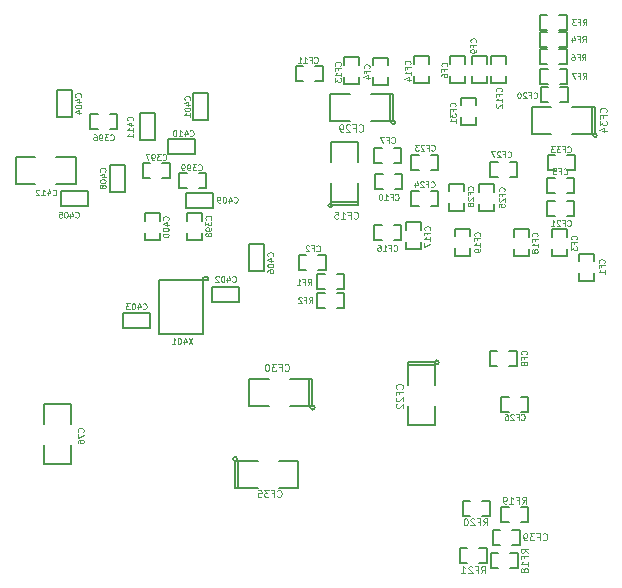
<source format=gbo>
G04 #@! TF.FileFunction,Legend,Bot*
%FSLAX46Y46*%
G04 Gerber Fmt 4.6, Leading zero omitted, Abs format (unit mm)*
G04 Created by KiCad (PCBNEW 0.201509020901+6148~28~ubuntu14.04.1-product) date Tue 20 Oct 2015 11:08:51 PM COT*
%MOMM*%
G01*
G04 APERTURE LIST*
%ADD10C,0.100000*%
%ADD11C,0.127000*%
%ADD12C,0.200660*%
%ADD13C,0.152400*%
%ADD14C,0.203200*%
%ADD15C,0.120000*%
%ADD16C,0.110000*%
G04 APERTURE END LIST*
D10*
D11*
X29107000Y-110080000D02*
X31393000Y-110080000D01*
X31393000Y-110080000D02*
X31393000Y-111731000D01*
X29107000Y-113509000D02*
X29107000Y-115160000D01*
X29107000Y-115160000D02*
X31393000Y-115160000D01*
X31393000Y-115160000D02*
X31393000Y-113509000D01*
X29107000Y-111731000D02*
X29107000Y-110080000D01*
X41655000Y-83717000D02*
X41655000Y-86003000D01*
X41655000Y-86003000D02*
X42925000Y-86003000D01*
X42925000Y-86003000D02*
X42925000Y-83717000D01*
X42925000Y-83717000D02*
X41655000Y-83717000D01*
X43327000Y-101425000D02*
X45613000Y-101425000D01*
X45613000Y-101425000D02*
X45613000Y-100155000D01*
X45613000Y-100155000D02*
X43327000Y-100155000D01*
X43327000Y-100155000D02*
X43327000Y-101425000D01*
X38013000Y-102375000D02*
X35727000Y-102375000D01*
X35727000Y-102375000D02*
X35727000Y-103645000D01*
X35727000Y-103645000D02*
X38013000Y-103645000D01*
X38013000Y-103645000D02*
X38013000Y-102375000D01*
X30165000Y-83457000D02*
X30165000Y-85743000D01*
X30165000Y-85743000D02*
X31435000Y-85743000D01*
X31435000Y-85743000D02*
X31435000Y-83457000D01*
X31435000Y-83457000D02*
X30165000Y-83457000D01*
X30477000Y-93275000D02*
X32763000Y-93275000D01*
X32763000Y-93275000D02*
X32763000Y-92005000D01*
X32763000Y-92005000D02*
X30477000Y-92005000D01*
X30477000Y-92005000D02*
X30477000Y-93275000D01*
X46435000Y-96537000D02*
X46435000Y-98823000D01*
X46435000Y-98823000D02*
X47705000Y-98823000D01*
X47705000Y-98823000D02*
X47705000Y-96537000D01*
X47705000Y-96537000D02*
X46435000Y-96537000D01*
X35915000Y-92083000D02*
X35915000Y-89797000D01*
X35915000Y-89797000D02*
X34645000Y-89797000D01*
X34645000Y-89797000D02*
X34645000Y-92083000D01*
X34645000Y-92083000D02*
X35915000Y-92083000D01*
X41077000Y-93495000D02*
X43363000Y-93495000D01*
X43363000Y-93495000D02*
X43363000Y-92225000D01*
X43363000Y-92225000D02*
X41077000Y-92225000D01*
X41077000Y-92225000D02*
X41077000Y-93495000D01*
X41823000Y-87615000D02*
X39537000Y-87615000D01*
X39537000Y-87615000D02*
X39537000Y-88885000D01*
X39537000Y-88885000D02*
X41823000Y-88885000D01*
X41823000Y-88885000D02*
X41823000Y-87615000D01*
X37165000Y-85377000D02*
X37165000Y-87663000D01*
X37165000Y-87663000D02*
X38435000Y-87663000D01*
X38435000Y-87663000D02*
X38435000Y-85377000D01*
X38435000Y-85377000D02*
X37165000Y-85377000D01*
X31746000Y-89136800D02*
X31746000Y-91422800D01*
X31746000Y-91422800D02*
X30095000Y-91422800D01*
X28317000Y-89136800D02*
X26666000Y-89136800D01*
X26666000Y-89136800D02*
X26666000Y-91422800D01*
X26666000Y-91422800D02*
X28317000Y-91422800D01*
X30095000Y-89136800D02*
X31746000Y-89136800D01*
D12*
X42550760Y-99278860D02*
X42550760Y-104079460D01*
X42550760Y-104079460D02*
X38849980Y-104079460D01*
X38849980Y-104079460D02*
X38849980Y-99581120D01*
X38849980Y-99581120D02*
X42748880Y-99581120D01*
X42748880Y-99581120D02*
X42949540Y-99581120D01*
X42949540Y-99581120D02*
X42949540Y-99278860D01*
X42949540Y-99278860D02*
X42649820Y-99278860D01*
D13*
X35263000Y-85515000D02*
X34628000Y-85515000D01*
X32977000Y-85515000D02*
X33612000Y-85515000D01*
X32977000Y-86785000D02*
X32977000Y-85515000D01*
X35263000Y-86785000D02*
X35263000Y-85515000D01*
X32977000Y-86785000D02*
X33612000Y-86785000D01*
X35263000Y-86785000D02*
X34628000Y-86785000D01*
X37417000Y-90915000D02*
X38052000Y-90915000D01*
X39703000Y-90915000D02*
X39068000Y-90915000D01*
X39703000Y-89645000D02*
X39703000Y-90915000D01*
X37417000Y-89645000D02*
X37417000Y-90915000D01*
X39703000Y-89645000D02*
X39068000Y-89645000D01*
X37417000Y-89645000D02*
X38052000Y-89645000D01*
X41155000Y-93897000D02*
X41155000Y-94532000D01*
X41155000Y-96183000D02*
X41155000Y-95548000D01*
X42425000Y-96183000D02*
X41155000Y-96183000D01*
X42425000Y-93897000D02*
X41155000Y-93897000D01*
X42425000Y-96183000D02*
X42425000Y-95548000D01*
X42425000Y-93897000D02*
X42425000Y-94532000D01*
X40517000Y-91785000D02*
X41152000Y-91785000D01*
X42803000Y-91785000D02*
X42168000Y-91785000D01*
X42803000Y-90515000D02*
X42803000Y-91785000D01*
X40517000Y-90515000D02*
X40517000Y-91785000D01*
X42803000Y-90515000D02*
X42168000Y-90515000D01*
X40517000Y-90515000D02*
X41152000Y-90515000D01*
X37635000Y-93897000D02*
X37635000Y-94532000D01*
X37635000Y-96183000D02*
X37635000Y-95548000D01*
X38905000Y-96183000D02*
X37635000Y-96183000D01*
X38905000Y-93897000D02*
X37635000Y-93897000D01*
X38905000Y-96183000D02*
X38905000Y-95548000D01*
X38905000Y-93897000D02*
X38905000Y-94532000D01*
X75665000Y-99613000D02*
X75665000Y-98978000D01*
X75665000Y-97327000D02*
X75665000Y-97962000D01*
X74395000Y-97327000D02*
X75665000Y-97327000D01*
X74395000Y-99613000D02*
X75665000Y-99613000D01*
X74395000Y-97327000D02*
X74395000Y-97962000D01*
X74395000Y-99613000D02*
X74395000Y-98978000D01*
X50627000Y-98685000D02*
X51262000Y-98685000D01*
X52913000Y-98685000D02*
X52278000Y-98685000D01*
X52913000Y-97415000D02*
X52913000Y-98685000D01*
X50627000Y-97415000D02*
X50627000Y-98685000D01*
X52913000Y-97415000D02*
X52278000Y-97415000D01*
X50627000Y-97415000D02*
X51262000Y-97415000D01*
X72075000Y-95247000D02*
X72075000Y-95882000D01*
X72075000Y-97533000D02*
X72075000Y-96898000D01*
X73345000Y-97533000D02*
X72075000Y-97533000D01*
X73345000Y-95247000D02*
X72075000Y-95247000D01*
X73345000Y-97533000D02*
X73345000Y-96898000D01*
X73345000Y-95247000D02*
X73345000Y-95882000D01*
X58187400Y-83015400D02*
X58187400Y-82380400D01*
X58187400Y-80729400D02*
X58187400Y-81364400D01*
X56917400Y-80729400D02*
X58187400Y-80729400D01*
X56917400Y-83015400D02*
X58187400Y-83015400D01*
X56917400Y-80729400D02*
X56917400Y-81364400D01*
X56917400Y-83015400D02*
X56917400Y-82380400D01*
X71697000Y-92165000D02*
X72332000Y-92165000D01*
X73983000Y-92165000D02*
X73348000Y-92165000D01*
X73983000Y-90895000D02*
X73983000Y-92165000D01*
X71697000Y-90895000D02*
X71697000Y-92165000D01*
X73983000Y-90895000D02*
X73348000Y-90895000D01*
X71697000Y-90895000D02*
X72332000Y-90895000D01*
X64745000Y-82903000D02*
X64745000Y-82268000D01*
X64745000Y-80617000D02*
X64745000Y-81252000D01*
X63475000Y-80617000D02*
X64745000Y-80617000D01*
X63475000Y-82903000D02*
X64745000Y-82903000D01*
X63475000Y-80617000D02*
X63475000Y-81252000D01*
X63475000Y-82903000D02*
X63475000Y-82268000D01*
X59303000Y-88415000D02*
X58668000Y-88415000D01*
X57017000Y-88415000D02*
X57652000Y-88415000D01*
X57017000Y-89685000D02*
X57017000Y-88415000D01*
X59303000Y-89685000D02*
X59303000Y-88415000D01*
X57017000Y-89685000D02*
X57652000Y-89685000D01*
X59303000Y-89685000D02*
X58668000Y-89685000D01*
X69109400Y-105545200D02*
X68474400Y-105545200D01*
X66823400Y-105545200D02*
X67458400Y-105545200D01*
X66823400Y-106815200D02*
X66823400Y-105545200D01*
X69109400Y-106815200D02*
X69109400Y-105545200D01*
X66823400Y-106815200D02*
X67458400Y-106815200D01*
X69109400Y-106815200D02*
X68474400Y-106815200D01*
X66605000Y-82893000D02*
X66605000Y-82258000D01*
X66605000Y-80607000D02*
X66605000Y-81242000D01*
X65335000Y-80607000D02*
X66605000Y-80607000D01*
X65335000Y-82893000D02*
X66605000Y-82893000D01*
X65335000Y-80607000D02*
X65335000Y-81242000D01*
X65335000Y-82893000D02*
X65335000Y-82258000D01*
X59393000Y-90594000D02*
X58758000Y-90594000D01*
X57107000Y-90594000D02*
X57742000Y-90594000D01*
X57107000Y-91864000D02*
X57107000Y-90594000D01*
X59393000Y-91864000D02*
X59393000Y-90594000D01*
X57107000Y-91864000D02*
X57742000Y-91864000D01*
X59393000Y-91864000D02*
X58758000Y-91864000D01*
X50387000Y-82695000D02*
X51022000Y-82695000D01*
X52673000Y-82695000D02*
X52038000Y-82695000D01*
X52673000Y-81425000D02*
X52673000Y-82695000D01*
X50387000Y-81425000D02*
X50387000Y-82695000D01*
X52673000Y-81425000D02*
X52038000Y-81425000D01*
X50387000Y-81425000D02*
X51022000Y-81425000D01*
X68165000Y-82893000D02*
X68165000Y-82258000D01*
X68165000Y-80607000D02*
X68165000Y-81242000D01*
X66895000Y-80607000D02*
X68165000Y-80607000D01*
X66895000Y-82893000D02*
X68165000Y-82893000D01*
X66895000Y-80607000D02*
X66895000Y-81242000D01*
X66895000Y-82893000D02*
X66895000Y-82258000D01*
X55774400Y-82990000D02*
X55774400Y-82355000D01*
X55774400Y-80704000D02*
X55774400Y-81339000D01*
X54504400Y-80704000D02*
X55774400Y-80704000D01*
X54504400Y-82990000D02*
X55774400Y-82990000D01*
X54504400Y-80704000D02*
X54504400Y-81339000D01*
X54504400Y-82990000D02*
X54504400Y-82355000D01*
X61655000Y-82893000D02*
X61655000Y-82258000D01*
X61655000Y-80607000D02*
X61655000Y-81242000D01*
X60385000Y-80607000D02*
X61655000Y-80607000D01*
X60385000Y-82893000D02*
X61655000Y-82893000D01*
X60385000Y-80607000D02*
X60385000Y-81242000D01*
X60385000Y-82893000D02*
X60385000Y-82258000D01*
X59303000Y-94915000D02*
X58668000Y-94915000D01*
X57017000Y-94915000D02*
X57652000Y-94915000D01*
X57017000Y-96185000D02*
X57017000Y-94915000D01*
X59303000Y-96185000D02*
X59303000Y-94915000D01*
X57017000Y-96185000D02*
X57652000Y-96185000D01*
X59303000Y-96185000D02*
X58668000Y-96185000D01*
X59695000Y-94677000D02*
X59695000Y-95312000D01*
X59695000Y-96963000D02*
X59695000Y-96328000D01*
X60965000Y-96963000D02*
X59695000Y-96963000D01*
X60965000Y-94677000D02*
X59695000Y-94677000D01*
X60965000Y-96963000D02*
X60965000Y-96328000D01*
X60965000Y-94677000D02*
X60965000Y-95312000D01*
X68905000Y-95237000D02*
X68905000Y-95872000D01*
X68905000Y-97523000D02*
X68905000Y-96888000D01*
X70175000Y-97523000D02*
X68905000Y-97523000D01*
X70175000Y-95237000D02*
X68905000Y-95237000D01*
X70175000Y-97523000D02*
X70175000Y-96888000D01*
X70175000Y-95237000D02*
X70175000Y-95872000D01*
X63905000Y-95217000D02*
X63905000Y-95852000D01*
X63905000Y-97503000D02*
X63905000Y-96868000D01*
X65175000Y-97503000D02*
X63905000Y-97503000D01*
X65175000Y-95217000D02*
X63905000Y-95217000D01*
X65175000Y-97503000D02*
X65175000Y-96868000D01*
X65175000Y-95217000D02*
X65175000Y-95852000D01*
X71127000Y-84505000D02*
X71762000Y-84505000D01*
X73413000Y-84505000D02*
X72778000Y-84505000D01*
X73413000Y-83235000D02*
X73413000Y-84505000D01*
X71127000Y-83235000D02*
X71127000Y-84505000D01*
X73413000Y-83235000D02*
X72778000Y-83235000D01*
X71127000Y-83235000D02*
X71762000Y-83235000D01*
X71674800Y-94140600D02*
X72309800Y-94140600D01*
X73960800Y-94140600D02*
X73325800Y-94140600D01*
X73960800Y-92870600D02*
X73960800Y-94140600D01*
X71674800Y-92870600D02*
X71674800Y-94140600D01*
X73960800Y-92870600D02*
X73325800Y-92870600D01*
X71674800Y-92870600D02*
X72309800Y-92870600D01*
X62433000Y-88955000D02*
X61798000Y-88955000D01*
X60147000Y-88955000D02*
X60782000Y-88955000D01*
X60147000Y-90225000D02*
X60147000Y-88955000D01*
X62433000Y-90225000D02*
X62433000Y-88955000D01*
X60147000Y-90225000D02*
X60782000Y-90225000D01*
X62433000Y-90225000D02*
X61798000Y-90225000D01*
X62443000Y-92035000D02*
X61808000Y-92035000D01*
X60157000Y-92035000D02*
X60792000Y-92035000D01*
X60157000Y-93305000D02*
X60157000Y-92035000D01*
X62443000Y-93305000D02*
X62443000Y-92035000D01*
X60157000Y-93305000D02*
X60792000Y-93305000D01*
X62443000Y-93305000D02*
X61808000Y-93305000D01*
X65921700Y-91422800D02*
X65921700Y-92057800D01*
X65921700Y-93708800D02*
X65921700Y-93073800D01*
X67191700Y-93708800D02*
X65921700Y-93708800D01*
X67191700Y-91422800D02*
X65921700Y-91422800D01*
X67191700Y-93708800D02*
X67191700Y-93073800D01*
X67191700Y-91422800D02*
X67191700Y-92057800D01*
X70063000Y-109415000D02*
X69428000Y-109415000D01*
X67777000Y-109415000D02*
X68412000Y-109415000D01*
X67777000Y-110685000D02*
X67777000Y-109415000D01*
X70063000Y-110685000D02*
X70063000Y-109415000D01*
X67777000Y-110685000D02*
X68412000Y-110685000D01*
X70063000Y-110685000D02*
X69428000Y-110685000D01*
X66847000Y-90795000D02*
X67482000Y-90795000D01*
X69133000Y-90795000D02*
X68498000Y-90795000D01*
X69133000Y-89525000D02*
X69133000Y-90795000D01*
X66847000Y-89525000D02*
X66847000Y-90795000D01*
X69133000Y-89525000D02*
X68498000Y-89525000D01*
X66847000Y-89525000D02*
X67482000Y-89525000D01*
X63355000Y-91417000D02*
X63355000Y-92052000D01*
X63355000Y-93703000D02*
X63355000Y-93068000D01*
X64625000Y-93703000D02*
X63355000Y-93703000D01*
X64625000Y-91417000D02*
X63355000Y-91417000D01*
X64625000Y-93703000D02*
X64625000Y-93068000D01*
X64625000Y-91417000D02*
X64625000Y-92052000D01*
X65655000Y-86413000D02*
X65655000Y-85778000D01*
X65655000Y-84127000D02*
X65655000Y-84762000D01*
X64385000Y-84127000D02*
X65655000Y-84127000D01*
X64385000Y-86413000D02*
X65655000Y-86413000D01*
X64385000Y-84127000D02*
X64385000Y-84762000D01*
X64385000Y-86413000D02*
X64385000Y-85778000D01*
X71707000Y-90245000D02*
X72342000Y-90245000D01*
X73993000Y-90245000D02*
X73358000Y-90245000D01*
X73993000Y-88975000D02*
X73993000Y-90245000D01*
X71707000Y-88975000D02*
X71707000Y-90245000D01*
X73993000Y-88975000D02*
X73358000Y-88975000D01*
X71707000Y-88975000D02*
X72342000Y-88975000D01*
X54483000Y-99065000D02*
X53848000Y-99065000D01*
X52197000Y-99065000D02*
X52832000Y-99065000D01*
X52197000Y-100335000D02*
X52197000Y-99065000D01*
X54483000Y-100335000D02*
X54483000Y-99065000D01*
X52197000Y-100335000D02*
X52832000Y-100335000D01*
X54483000Y-100335000D02*
X53848000Y-100335000D01*
X54513000Y-100685000D02*
X53878000Y-100685000D01*
X52227000Y-100685000D02*
X52862000Y-100685000D01*
X52227000Y-101955000D02*
X52227000Y-100685000D01*
X54513000Y-101955000D02*
X54513000Y-100685000D01*
X52227000Y-101955000D02*
X52862000Y-101955000D01*
X54513000Y-101955000D02*
X53878000Y-101955000D01*
D14*
X53464805Y-93226200D02*
G75*
G03X53464805Y-93226200I-179605J0D01*
G01*
D11*
X55698200Y-92972200D02*
X55698200Y-93226200D01*
X55698200Y-93226200D02*
X53412200Y-93226200D01*
X53412200Y-93226200D02*
X53412200Y-92972200D01*
X55698200Y-92972200D02*
X53412200Y-92972200D01*
X53412200Y-92972200D02*
X53412200Y-91321200D01*
X55698200Y-89543200D02*
X55698200Y-87892200D01*
X55698200Y-87892200D02*
X53412200Y-87892200D01*
X53412200Y-87892200D02*
X53412200Y-89543200D01*
X55698200Y-91321200D02*
X55698200Y-92972200D01*
D14*
X62489605Y-106516000D02*
G75*
G03X62489605Y-106516000I-179605J0D01*
G01*
D11*
X59897000Y-106770000D02*
X59897000Y-106516000D01*
X59897000Y-106516000D02*
X62183000Y-106516000D01*
X62183000Y-106516000D02*
X62183000Y-106770000D01*
X59897000Y-106770000D02*
X62183000Y-106770000D01*
X62183000Y-106770000D02*
X62183000Y-108421000D01*
X59897000Y-110199000D02*
X59897000Y-111850000D01*
X59897000Y-111850000D02*
X62183000Y-111850000D01*
X62183000Y-111850000D02*
X62183000Y-110199000D01*
X59897000Y-108421000D02*
X59897000Y-106770000D01*
D14*
X58811505Y-86190400D02*
G75*
G03X58811505Y-86190400I-179605J0D01*
G01*
D11*
X58377900Y-83777400D02*
X58631900Y-83777400D01*
X58631900Y-83777400D02*
X58631900Y-86063400D01*
X58631900Y-86063400D02*
X58377900Y-86063400D01*
X58377900Y-83777400D02*
X58377900Y-86063400D01*
X58377900Y-86063400D02*
X56726900Y-86063400D01*
X54948900Y-83777400D02*
X53297900Y-83777400D01*
X53297900Y-83777400D02*
X53297900Y-86063400D01*
X53297900Y-86063400D02*
X54948900Y-86063400D01*
X56726900Y-83777400D02*
X58377900Y-83777400D01*
D14*
X51983605Y-110350000D02*
G75*
G03X51983605Y-110350000I-179605J0D01*
G01*
D11*
X51550000Y-107937000D02*
X51804000Y-107937000D01*
X51804000Y-107937000D02*
X51804000Y-110223000D01*
X51804000Y-110223000D02*
X51550000Y-110223000D01*
X51550000Y-107937000D02*
X51550000Y-110223000D01*
X51550000Y-110223000D02*
X49899000Y-110223000D01*
X48121000Y-107937000D02*
X46470000Y-107937000D01*
X46470000Y-107937000D02*
X46470000Y-110223000D01*
X46470000Y-110223000D02*
X48121000Y-110223000D01*
X49899000Y-107937000D02*
X51550000Y-107937000D01*
D14*
X75867605Y-87295300D02*
G75*
G03X75867605Y-87295300I-179605J0D01*
G01*
D11*
X75434000Y-84882300D02*
X75688000Y-84882300D01*
X75688000Y-84882300D02*
X75688000Y-87168300D01*
X75688000Y-87168300D02*
X75434000Y-87168300D01*
X75434000Y-84882300D02*
X75434000Y-87168300D01*
X75434000Y-87168300D02*
X73783000Y-87168300D01*
X72005000Y-84882300D02*
X70354000Y-84882300D01*
X70354000Y-84882300D02*
X70354000Y-87168300D01*
X70354000Y-87168300D02*
X72005000Y-87168300D01*
X73783000Y-84882300D02*
X75434000Y-84882300D01*
D14*
X45425605Y-114710000D02*
G75*
G03X45425605Y-114710000I-179605J0D01*
G01*
D11*
X45500000Y-117123000D02*
X45246000Y-117123000D01*
X45246000Y-117123000D02*
X45246000Y-114837000D01*
X45246000Y-114837000D02*
X45500000Y-114837000D01*
X45500000Y-117123000D02*
X45500000Y-114837000D01*
X45500000Y-114837000D02*
X47151000Y-114837000D01*
X48929000Y-117123000D02*
X50580000Y-117123000D01*
X50580000Y-117123000D02*
X50580000Y-114837000D01*
X50580000Y-114837000D02*
X48929000Y-114837000D01*
X47151000Y-117123000D02*
X45500000Y-117123000D01*
D13*
X73353000Y-77125000D02*
X72718000Y-77125000D01*
X71067000Y-77125000D02*
X71702000Y-77125000D01*
X71067000Y-78395000D02*
X71067000Y-77125000D01*
X73353000Y-78395000D02*
X73353000Y-77125000D01*
X71067000Y-78395000D02*
X71702000Y-78395000D01*
X73353000Y-78395000D02*
X72718000Y-78395000D01*
X73343000Y-78535000D02*
X72708000Y-78535000D01*
X71057000Y-78535000D02*
X71692000Y-78535000D01*
X71057000Y-79805000D02*
X71057000Y-78535000D01*
X73343000Y-79805000D02*
X73343000Y-78535000D01*
X71057000Y-79805000D02*
X71692000Y-79805000D01*
X73343000Y-79805000D02*
X72708000Y-79805000D01*
X73333000Y-80025000D02*
X72698000Y-80025000D01*
X71047000Y-80025000D02*
X71682000Y-80025000D01*
X71047000Y-81295000D02*
X71047000Y-80025000D01*
X73333000Y-81295000D02*
X73333000Y-80025000D01*
X71047000Y-81295000D02*
X71682000Y-81295000D01*
X73333000Y-81295000D02*
X72698000Y-81295000D01*
X73393000Y-81645000D02*
X72758000Y-81645000D01*
X71107000Y-81645000D02*
X71742000Y-81645000D01*
X71107000Y-82915000D02*
X71107000Y-81645000D01*
X73393000Y-82915000D02*
X73393000Y-81645000D01*
X71107000Y-82915000D02*
X71742000Y-82915000D01*
X73393000Y-82915000D02*
X72758000Y-82915000D01*
X67067000Y-121985000D02*
X67702000Y-121985000D01*
X69353000Y-121985000D02*
X68718000Y-121985000D01*
X69353000Y-120715000D02*
X69353000Y-121985000D01*
X67067000Y-120715000D02*
X67067000Y-121985000D01*
X69353000Y-120715000D02*
X68718000Y-120715000D01*
X67067000Y-120715000D02*
X67702000Y-120715000D01*
X66887000Y-123905000D02*
X67522000Y-123905000D01*
X69173000Y-123905000D02*
X68538000Y-123905000D01*
X69173000Y-122635000D02*
X69173000Y-123905000D01*
X66887000Y-122635000D02*
X66887000Y-123905000D01*
X69173000Y-122635000D02*
X68538000Y-122635000D01*
X66887000Y-122635000D02*
X67522000Y-122635000D01*
X67797000Y-120005000D02*
X68432000Y-120005000D01*
X70083000Y-120005000D02*
X69448000Y-120005000D01*
X70083000Y-118735000D02*
X70083000Y-120005000D01*
X67797000Y-118735000D02*
X67797000Y-120005000D01*
X70083000Y-118735000D02*
X69448000Y-118735000D01*
X67797000Y-118735000D02*
X68432000Y-118735000D01*
X66823000Y-118225000D02*
X66188000Y-118225000D01*
X64537000Y-118225000D02*
X65172000Y-118225000D01*
X64537000Y-119495000D02*
X64537000Y-118225000D01*
X66823000Y-119495000D02*
X66823000Y-118225000D01*
X64537000Y-119495000D02*
X65172000Y-119495000D01*
X66823000Y-119495000D02*
X66188000Y-119495000D01*
X66553000Y-122265000D02*
X65918000Y-122265000D01*
X64267000Y-122265000D02*
X64902000Y-122265000D01*
X64267000Y-123535000D02*
X64267000Y-122265000D01*
X66553000Y-123535000D02*
X66553000Y-122265000D01*
X64267000Y-123535000D02*
X64902000Y-123535000D01*
X66553000Y-123535000D02*
X65918000Y-123535000D01*
D15*
X32373571Y-112403572D02*
X32397381Y-112379762D01*
X32421190Y-112308334D01*
X32421190Y-112260715D01*
X32397381Y-112189286D01*
X32349762Y-112141667D01*
X32302143Y-112117858D01*
X32206905Y-112094048D01*
X32135476Y-112094048D01*
X32040238Y-112117858D01*
X31992619Y-112141667D01*
X31945000Y-112189286D01*
X31921190Y-112260715D01*
X31921190Y-112308334D01*
X31945000Y-112379762D01*
X31968810Y-112403572D01*
X31921190Y-112570239D02*
X31921190Y-112903572D01*
X32421190Y-112689286D01*
X31921190Y-113308333D02*
X31921190Y-113213095D01*
X31945000Y-113165476D01*
X31968810Y-113141667D01*
X32040238Y-113094048D01*
X32135476Y-113070238D01*
X32325952Y-113070238D01*
X32373571Y-113094048D01*
X32397381Y-113117857D01*
X32421190Y-113165476D01*
X32421190Y-113260714D01*
X32397381Y-113308333D01*
X32373571Y-113332143D01*
X32325952Y-113355952D01*
X32206905Y-113355952D01*
X32159286Y-113332143D01*
X32135476Y-113308333D01*
X32111667Y-113260714D01*
X32111667Y-113165476D01*
X32135476Y-113117857D01*
X32159286Y-113094048D01*
X32206905Y-113070238D01*
X41398571Y-84280477D02*
X41422381Y-84256667D01*
X41446190Y-84185239D01*
X41446190Y-84137620D01*
X41422381Y-84066191D01*
X41374762Y-84018572D01*
X41327143Y-83994763D01*
X41231905Y-83970953D01*
X41160476Y-83970953D01*
X41065238Y-83994763D01*
X41017619Y-84018572D01*
X40970000Y-84066191D01*
X40946190Y-84137620D01*
X40946190Y-84185239D01*
X40970000Y-84256667D01*
X40993810Y-84280477D01*
X41112857Y-84709048D02*
X41446190Y-84709048D01*
X40922381Y-84590001D02*
X41279524Y-84470953D01*
X41279524Y-84780477D01*
X40946190Y-85066191D02*
X40946190Y-85113810D01*
X40970000Y-85161429D01*
X40993810Y-85185238D01*
X41041429Y-85209048D01*
X41136667Y-85232857D01*
X41255714Y-85232857D01*
X41350952Y-85209048D01*
X41398571Y-85185238D01*
X41422381Y-85161429D01*
X41446190Y-85113810D01*
X41446190Y-85066191D01*
X41422381Y-85018572D01*
X41398571Y-84994762D01*
X41350952Y-84970953D01*
X41255714Y-84947143D01*
X41136667Y-84947143D01*
X41041429Y-84970953D01*
X40993810Y-84994762D01*
X40970000Y-85018572D01*
X40946190Y-85066191D01*
X41446190Y-85709047D02*
X41446190Y-85423333D01*
X41446190Y-85566190D02*
X40946190Y-85566190D01*
X41017619Y-85518571D01*
X41065238Y-85470952D01*
X41089048Y-85423333D01*
X45014523Y-99668571D02*
X45038333Y-99692381D01*
X45109761Y-99716190D01*
X45157380Y-99716190D01*
X45228809Y-99692381D01*
X45276428Y-99644762D01*
X45300237Y-99597143D01*
X45324047Y-99501905D01*
X45324047Y-99430476D01*
X45300237Y-99335238D01*
X45276428Y-99287619D01*
X45228809Y-99240000D01*
X45157380Y-99216190D01*
X45109761Y-99216190D01*
X45038333Y-99240000D01*
X45014523Y-99263810D01*
X44585952Y-99382857D02*
X44585952Y-99716190D01*
X44704999Y-99192381D02*
X44824047Y-99549524D01*
X44514523Y-99549524D01*
X44228809Y-99216190D02*
X44181190Y-99216190D01*
X44133571Y-99240000D01*
X44109762Y-99263810D01*
X44085952Y-99311429D01*
X44062143Y-99406667D01*
X44062143Y-99525714D01*
X44085952Y-99620952D01*
X44109762Y-99668571D01*
X44133571Y-99692381D01*
X44181190Y-99716190D01*
X44228809Y-99716190D01*
X44276428Y-99692381D01*
X44300238Y-99668571D01*
X44324047Y-99620952D01*
X44347857Y-99525714D01*
X44347857Y-99406667D01*
X44324047Y-99311429D01*
X44300238Y-99263810D01*
X44276428Y-99240000D01*
X44228809Y-99216190D01*
X43871667Y-99263810D02*
X43847857Y-99240000D01*
X43800238Y-99216190D01*
X43681191Y-99216190D01*
X43633572Y-99240000D01*
X43609762Y-99263810D01*
X43585953Y-99311429D01*
X43585953Y-99359048D01*
X43609762Y-99430476D01*
X43895476Y-99716190D01*
X43585953Y-99716190D01*
X37449523Y-101978571D02*
X37473333Y-102002381D01*
X37544761Y-102026190D01*
X37592380Y-102026190D01*
X37663809Y-102002381D01*
X37711428Y-101954762D01*
X37735237Y-101907143D01*
X37759047Y-101811905D01*
X37759047Y-101740476D01*
X37735237Y-101645238D01*
X37711428Y-101597619D01*
X37663809Y-101550000D01*
X37592380Y-101526190D01*
X37544761Y-101526190D01*
X37473333Y-101550000D01*
X37449523Y-101573810D01*
X37020952Y-101692857D02*
X37020952Y-102026190D01*
X37139999Y-101502381D02*
X37259047Y-101859524D01*
X36949523Y-101859524D01*
X36663809Y-101526190D02*
X36616190Y-101526190D01*
X36568571Y-101550000D01*
X36544762Y-101573810D01*
X36520952Y-101621429D01*
X36497143Y-101716667D01*
X36497143Y-101835714D01*
X36520952Y-101930952D01*
X36544762Y-101978571D01*
X36568571Y-102002381D01*
X36616190Y-102026190D01*
X36663809Y-102026190D01*
X36711428Y-102002381D01*
X36735238Y-101978571D01*
X36759047Y-101930952D01*
X36782857Y-101835714D01*
X36782857Y-101716667D01*
X36759047Y-101621429D01*
X36735238Y-101573810D01*
X36711428Y-101550000D01*
X36663809Y-101526190D01*
X36330476Y-101526190D02*
X36020953Y-101526190D01*
X36187619Y-101716667D01*
X36116191Y-101716667D01*
X36068572Y-101740476D01*
X36044762Y-101764286D01*
X36020953Y-101811905D01*
X36020953Y-101930952D01*
X36044762Y-101978571D01*
X36068572Y-102002381D01*
X36116191Y-102026190D01*
X36259048Y-102026190D01*
X36306667Y-102002381D01*
X36330476Y-101978571D01*
X32168571Y-84040477D02*
X32192381Y-84016667D01*
X32216190Y-83945239D01*
X32216190Y-83897620D01*
X32192381Y-83826191D01*
X32144762Y-83778572D01*
X32097143Y-83754763D01*
X32001905Y-83730953D01*
X31930476Y-83730953D01*
X31835238Y-83754763D01*
X31787619Y-83778572D01*
X31740000Y-83826191D01*
X31716190Y-83897620D01*
X31716190Y-83945239D01*
X31740000Y-84016667D01*
X31763810Y-84040477D01*
X31882857Y-84469048D02*
X32216190Y-84469048D01*
X31692381Y-84350001D02*
X32049524Y-84230953D01*
X32049524Y-84540477D01*
X31716190Y-84826191D02*
X31716190Y-84873810D01*
X31740000Y-84921429D01*
X31763810Y-84945238D01*
X31811429Y-84969048D01*
X31906667Y-84992857D01*
X32025714Y-84992857D01*
X32120952Y-84969048D01*
X32168571Y-84945238D01*
X32192381Y-84921429D01*
X32216190Y-84873810D01*
X32216190Y-84826191D01*
X32192381Y-84778572D01*
X32168571Y-84754762D01*
X32120952Y-84730953D01*
X32025714Y-84707143D01*
X31906667Y-84707143D01*
X31811429Y-84730953D01*
X31763810Y-84754762D01*
X31740000Y-84778572D01*
X31716190Y-84826191D01*
X31882857Y-85421428D02*
X32216190Y-85421428D01*
X31692381Y-85302381D02*
X32049524Y-85183333D01*
X32049524Y-85492857D01*
X31729523Y-94228571D02*
X31753333Y-94252381D01*
X31824761Y-94276190D01*
X31872380Y-94276190D01*
X31943809Y-94252381D01*
X31991428Y-94204762D01*
X32015237Y-94157143D01*
X32039047Y-94061905D01*
X32039047Y-93990476D01*
X32015237Y-93895238D01*
X31991428Y-93847619D01*
X31943809Y-93800000D01*
X31872380Y-93776190D01*
X31824761Y-93776190D01*
X31753333Y-93800000D01*
X31729523Y-93823810D01*
X31300952Y-93942857D02*
X31300952Y-94276190D01*
X31419999Y-93752381D02*
X31539047Y-94109524D01*
X31229523Y-94109524D01*
X30943809Y-93776190D02*
X30896190Y-93776190D01*
X30848571Y-93800000D01*
X30824762Y-93823810D01*
X30800952Y-93871429D01*
X30777143Y-93966667D01*
X30777143Y-94085714D01*
X30800952Y-94180952D01*
X30824762Y-94228571D01*
X30848571Y-94252381D01*
X30896190Y-94276190D01*
X30943809Y-94276190D01*
X30991428Y-94252381D01*
X31015238Y-94228571D01*
X31039047Y-94180952D01*
X31062857Y-94085714D01*
X31062857Y-93966667D01*
X31039047Y-93871429D01*
X31015238Y-93823810D01*
X30991428Y-93800000D01*
X30943809Y-93776190D01*
X30324762Y-93776190D02*
X30562857Y-93776190D01*
X30586667Y-94014286D01*
X30562857Y-93990476D01*
X30515238Y-93966667D01*
X30396191Y-93966667D01*
X30348572Y-93990476D01*
X30324762Y-94014286D01*
X30300953Y-94061905D01*
X30300953Y-94180952D01*
X30324762Y-94228571D01*
X30348572Y-94252381D01*
X30396191Y-94276190D01*
X30515238Y-94276190D01*
X30562857Y-94252381D01*
X30586667Y-94228571D01*
X48433571Y-97515477D02*
X48457381Y-97491667D01*
X48481190Y-97420239D01*
X48481190Y-97372620D01*
X48457381Y-97301191D01*
X48409762Y-97253572D01*
X48362143Y-97229763D01*
X48266905Y-97205953D01*
X48195476Y-97205953D01*
X48100238Y-97229763D01*
X48052619Y-97253572D01*
X48005000Y-97301191D01*
X47981190Y-97372620D01*
X47981190Y-97420239D01*
X48005000Y-97491667D01*
X48028810Y-97515477D01*
X48147857Y-97944048D02*
X48481190Y-97944048D01*
X47957381Y-97825001D02*
X48314524Y-97705953D01*
X48314524Y-98015477D01*
X47981190Y-98301191D02*
X47981190Y-98348810D01*
X48005000Y-98396429D01*
X48028810Y-98420238D01*
X48076429Y-98444048D01*
X48171667Y-98467857D01*
X48290714Y-98467857D01*
X48385952Y-98444048D01*
X48433571Y-98420238D01*
X48457381Y-98396429D01*
X48481190Y-98348810D01*
X48481190Y-98301191D01*
X48457381Y-98253572D01*
X48433571Y-98229762D01*
X48385952Y-98205953D01*
X48290714Y-98182143D01*
X48171667Y-98182143D01*
X48076429Y-98205953D01*
X48028810Y-98229762D01*
X48005000Y-98253572D01*
X47981190Y-98301191D01*
X47981190Y-98896428D02*
X47981190Y-98801190D01*
X48005000Y-98753571D01*
X48028810Y-98729762D01*
X48100238Y-98682143D01*
X48195476Y-98658333D01*
X48385952Y-98658333D01*
X48433571Y-98682143D01*
X48457381Y-98705952D01*
X48481190Y-98753571D01*
X48481190Y-98848809D01*
X48457381Y-98896428D01*
X48433571Y-98920238D01*
X48385952Y-98944047D01*
X48266905Y-98944047D01*
X48219286Y-98920238D01*
X48195476Y-98896428D01*
X48171667Y-98848809D01*
X48171667Y-98753571D01*
X48195476Y-98705952D01*
X48219286Y-98682143D01*
X48266905Y-98658333D01*
X34248571Y-90370477D02*
X34272381Y-90346667D01*
X34296190Y-90275239D01*
X34296190Y-90227620D01*
X34272381Y-90156191D01*
X34224762Y-90108572D01*
X34177143Y-90084763D01*
X34081905Y-90060953D01*
X34010476Y-90060953D01*
X33915238Y-90084763D01*
X33867619Y-90108572D01*
X33820000Y-90156191D01*
X33796190Y-90227620D01*
X33796190Y-90275239D01*
X33820000Y-90346667D01*
X33843810Y-90370477D01*
X33962857Y-90799048D02*
X34296190Y-90799048D01*
X33772381Y-90680001D02*
X34129524Y-90560953D01*
X34129524Y-90870477D01*
X33796190Y-91156191D02*
X33796190Y-91203810D01*
X33820000Y-91251429D01*
X33843810Y-91275238D01*
X33891429Y-91299048D01*
X33986667Y-91322857D01*
X34105714Y-91322857D01*
X34200952Y-91299048D01*
X34248571Y-91275238D01*
X34272381Y-91251429D01*
X34296190Y-91203810D01*
X34296190Y-91156191D01*
X34272381Y-91108572D01*
X34248571Y-91084762D01*
X34200952Y-91060953D01*
X34105714Y-91037143D01*
X33986667Y-91037143D01*
X33891429Y-91060953D01*
X33843810Y-91084762D01*
X33820000Y-91108572D01*
X33796190Y-91156191D01*
X34010476Y-91608571D02*
X33986667Y-91560952D01*
X33962857Y-91537143D01*
X33915238Y-91513333D01*
X33891429Y-91513333D01*
X33843810Y-91537143D01*
X33820000Y-91560952D01*
X33796190Y-91608571D01*
X33796190Y-91703809D01*
X33820000Y-91751428D01*
X33843810Y-91775238D01*
X33891429Y-91799047D01*
X33915238Y-91799047D01*
X33962857Y-91775238D01*
X33986667Y-91751428D01*
X34010476Y-91703809D01*
X34010476Y-91608571D01*
X34034286Y-91560952D01*
X34058095Y-91537143D01*
X34105714Y-91513333D01*
X34200952Y-91513333D01*
X34248571Y-91537143D01*
X34272381Y-91560952D01*
X34296190Y-91608571D01*
X34296190Y-91703809D01*
X34272381Y-91751428D01*
X34248571Y-91775238D01*
X34200952Y-91799047D01*
X34105714Y-91799047D01*
X34058095Y-91775238D01*
X34034286Y-91751428D01*
X34010476Y-91703809D01*
D10*
X45149523Y-92958571D02*
X45173333Y-92982381D01*
X45244761Y-93006190D01*
X45292380Y-93006190D01*
X45363809Y-92982381D01*
X45411428Y-92934762D01*
X45435237Y-92887143D01*
X45459047Y-92791905D01*
X45459047Y-92720476D01*
X45435237Y-92625238D01*
X45411428Y-92577619D01*
X45363809Y-92530000D01*
X45292380Y-92506190D01*
X45244761Y-92506190D01*
X45173333Y-92530000D01*
X45149523Y-92553810D01*
X44720952Y-92672857D02*
X44720952Y-93006190D01*
X44839999Y-92482381D02*
X44959047Y-92839524D01*
X44649523Y-92839524D01*
X44363809Y-92506190D02*
X44316190Y-92506190D01*
X44268571Y-92530000D01*
X44244762Y-92553810D01*
X44220952Y-92601429D01*
X44197143Y-92696667D01*
X44197143Y-92815714D01*
X44220952Y-92910952D01*
X44244762Y-92958571D01*
X44268571Y-92982381D01*
X44316190Y-93006190D01*
X44363809Y-93006190D01*
X44411428Y-92982381D01*
X44435238Y-92958571D01*
X44459047Y-92910952D01*
X44482857Y-92815714D01*
X44482857Y-92696667D01*
X44459047Y-92601429D01*
X44435238Y-92553810D01*
X44411428Y-92530000D01*
X44363809Y-92506190D01*
X43959048Y-93006190D02*
X43863810Y-93006190D01*
X43816191Y-92982381D01*
X43792381Y-92958571D01*
X43744762Y-92887143D01*
X43720953Y-92791905D01*
X43720953Y-92601429D01*
X43744762Y-92553810D01*
X43768572Y-92530000D01*
X43816191Y-92506190D01*
X43911429Y-92506190D01*
X43959048Y-92530000D01*
X43982857Y-92553810D01*
X44006667Y-92601429D01*
X44006667Y-92720476D01*
X43982857Y-92768095D01*
X43959048Y-92791905D01*
X43911429Y-92815714D01*
X43816191Y-92815714D01*
X43768572Y-92791905D01*
X43744762Y-92768095D01*
X43720953Y-92720476D01*
X41429523Y-87318571D02*
X41453333Y-87342381D01*
X41524761Y-87366190D01*
X41572380Y-87366190D01*
X41643809Y-87342381D01*
X41691428Y-87294762D01*
X41715237Y-87247143D01*
X41739047Y-87151905D01*
X41739047Y-87080476D01*
X41715237Y-86985238D01*
X41691428Y-86937619D01*
X41643809Y-86890000D01*
X41572380Y-86866190D01*
X41524761Y-86866190D01*
X41453333Y-86890000D01*
X41429523Y-86913810D01*
X41000952Y-87032857D02*
X41000952Y-87366190D01*
X41119999Y-86842381D02*
X41239047Y-87199524D01*
X40929523Y-87199524D01*
X40477143Y-87366190D02*
X40762857Y-87366190D01*
X40620000Y-87366190D02*
X40620000Y-86866190D01*
X40667619Y-86937619D01*
X40715238Y-86985238D01*
X40762857Y-87009048D01*
X40167619Y-86866190D02*
X40120000Y-86866190D01*
X40072381Y-86890000D01*
X40048572Y-86913810D01*
X40024762Y-86961429D01*
X40000953Y-87056667D01*
X40000953Y-87175714D01*
X40024762Y-87270952D01*
X40048572Y-87318571D01*
X40072381Y-87342381D01*
X40120000Y-87366190D01*
X40167619Y-87366190D01*
X40215238Y-87342381D01*
X40239048Y-87318571D01*
X40262857Y-87270952D01*
X40286667Y-87175714D01*
X40286667Y-87056667D01*
X40262857Y-86961429D01*
X40239048Y-86913810D01*
X40215238Y-86890000D01*
X40167619Y-86866190D01*
D15*
X36568571Y-86030477D02*
X36592381Y-86006667D01*
X36616190Y-85935239D01*
X36616190Y-85887620D01*
X36592381Y-85816191D01*
X36544762Y-85768572D01*
X36497143Y-85744763D01*
X36401905Y-85720953D01*
X36330476Y-85720953D01*
X36235238Y-85744763D01*
X36187619Y-85768572D01*
X36140000Y-85816191D01*
X36116190Y-85887620D01*
X36116190Y-85935239D01*
X36140000Y-86006667D01*
X36163810Y-86030477D01*
X36282857Y-86459048D02*
X36616190Y-86459048D01*
X36092381Y-86340001D02*
X36449524Y-86220953D01*
X36449524Y-86530477D01*
X36616190Y-86982857D02*
X36616190Y-86697143D01*
X36616190Y-86840000D02*
X36116190Y-86840000D01*
X36187619Y-86792381D01*
X36235238Y-86744762D01*
X36259048Y-86697143D01*
X36616190Y-87459047D02*
X36616190Y-87173333D01*
X36616190Y-87316190D02*
X36116190Y-87316190D01*
X36187619Y-87268571D01*
X36235238Y-87220952D01*
X36259048Y-87173333D01*
X29805523Y-92343371D02*
X29829333Y-92367181D01*
X29900761Y-92390990D01*
X29948380Y-92390990D01*
X30019809Y-92367181D01*
X30067428Y-92319562D01*
X30091237Y-92271943D01*
X30115047Y-92176705D01*
X30115047Y-92105276D01*
X30091237Y-92010038D01*
X30067428Y-91962419D01*
X30019809Y-91914800D01*
X29948380Y-91890990D01*
X29900761Y-91890990D01*
X29829333Y-91914800D01*
X29805523Y-91938610D01*
X29376952Y-92057657D02*
X29376952Y-92390990D01*
X29495999Y-91867181D02*
X29615047Y-92224324D01*
X29305523Y-92224324D01*
X28853143Y-92390990D02*
X29138857Y-92390990D01*
X28996000Y-92390990D02*
X28996000Y-91890990D01*
X29043619Y-91962419D01*
X29091238Y-92010038D01*
X29138857Y-92033848D01*
X28662667Y-91938610D02*
X28638857Y-91914800D01*
X28591238Y-91890990D01*
X28472191Y-91890990D01*
X28424572Y-91914800D01*
X28400762Y-91938610D01*
X28376953Y-91986229D01*
X28376953Y-92033848D01*
X28400762Y-92105276D01*
X28686476Y-92390990D01*
X28376953Y-92390990D01*
X41640951Y-104456190D02*
X41307618Y-104956190D01*
X41307618Y-104456190D02*
X41640951Y-104956190D01*
X40902857Y-104622857D02*
X40902857Y-104956190D01*
X41021904Y-104432381D02*
X41140952Y-104789524D01*
X40831428Y-104789524D01*
X40545714Y-104456190D02*
X40498095Y-104456190D01*
X40450476Y-104480000D01*
X40426667Y-104503810D01*
X40402857Y-104551429D01*
X40379048Y-104646667D01*
X40379048Y-104765714D01*
X40402857Y-104860952D01*
X40426667Y-104908571D01*
X40450476Y-104932381D01*
X40498095Y-104956190D01*
X40545714Y-104956190D01*
X40593333Y-104932381D01*
X40617143Y-104908571D01*
X40640952Y-104860952D01*
X40664762Y-104765714D01*
X40664762Y-104646667D01*
X40640952Y-104551429D01*
X40617143Y-104503810D01*
X40593333Y-104480000D01*
X40545714Y-104456190D01*
X39902858Y-104956190D02*
X40188572Y-104956190D01*
X40045715Y-104956190D02*
X40045715Y-104456190D01*
X40093334Y-104527619D01*
X40140953Y-104575238D01*
X40188572Y-104599048D01*
X34689523Y-87668571D02*
X34713333Y-87692381D01*
X34784761Y-87716190D01*
X34832380Y-87716190D01*
X34903809Y-87692381D01*
X34951428Y-87644762D01*
X34975237Y-87597143D01*
X34999047Y-87501905D01*
X34999047Y-87430476D01*
X34975237Y-87335238D01*
X34951428Y-87287619D01*
X34903809Y-87240000D01*
X34832380Y-87216190D01*
X34784761Y-87216190D01*
X34713333Y-87240000D01*
X34689523Y-87263810D01*
X34522856Y-87216190D02*
X34213333Y-87216190D01*
X34379999Y-87406667D01*
X34308571Y-87406667D01*
X34260952Y-87430476D01*
X34237142Y-87454286D01*
X34213333Y-87501905D01*
X34213333Y-87620952D01*
X34237142Y-87668571D01*
X34260952Y-87692381D01*
X34308571Y-87716190D01*
X34451428Y-87716190D01*
X34499047Y-87692381D01*
X34522856Y-87668571D01*
X33975238Y-87716190D02*
X33880000Y-87716190D01*
X33832381Y-87692381D01*
X33808571Y-87668571D01*
X33760952Y-87597143D01*
X33737143Y-87501905D01*
X33737143Y-87311429D01*
X33760952Y-87263810D01*
X33784762Y-87240000D01*
X33832381Y-87216190D01*
X33927619Y-87216190D01*
X33975238Y-87240000D01*
X33999047Y-87263810D01*
X34022857Y-87311429D01*
X34022857Y-87430476D01*
X33999047Y-87478095D01*
X33975238Y-87501905D01*
X33927619Y-87525714D01*
X33832381Y-87525714D01*
X33784762Y-87501905D01*
X33760952Y-87478095D01*
X33737143Y-87430476D01*
X33308572Y-87216190D02*
X33403810Y-87216190D01*
X33451429Y-87240000D01*
X33475238Y-87263810D01*
X33522857Y-87335238D01*
X33546667Y-87430476D01*
X33546667Y-87620952D01*
X33522857Y-87668571D01*
X33499048Y-87692381D01*
X33451429Y-87716190D01*
X33356191Y-87716190D01*
X33308572Y-87692381D01*
X33284762Y-87668571D01*
X33260953Y-87620952D01*
X33260953Y-87501905D01*
X33284762Y-87454286D01*
X33308572Y-87430476D01*
X33356191Y-87406667D01*
X33451429Y-87406667D01*
X33499048Y-87430476D01*
X33522857Y-87454286D01*
X33546667Y-87501905D01*
X39119523Y-89348571D02*
X39143333Y-89372381D01*
X39214761Y-89396190D01*
X39262380Y-89396190D01*
X39333809Y-89372381D01*
X39381428Y-89324762D01*
X39405237Y-89277143D01*
X39429047Y-89181905D01*
X39429047Y-89110476D01*
X39405237Y-89015238D01*
X39381428Y-88967619D01*
X39333809Y-88920000D01*
X39262380Y-88896190D01*
X39214761Y-88896190D01*
X39143333Y-88920000D01*
X39119523Y-88943810D01*
X38952856Y-88896190D02*
X38643333Y-88896190D01*
X38809999Y-89086667D01*
X38738571Y-89086667D01*
X38690952Y-89110476D01*
X38667142Y-89134286D01*
X38643333Y-89181905D01*
X38643333Y-89300952D01*
X38667142Y-89348571D01*
X38690952Y-89372381D01*
X38738571Y-89396190D01*
X38881428Y-89396190D01*
X38929047Y-89372381D01*
X38952856Y-89348571D01*
X38405238Y-89396190D02*
X38310000Y-89396190D01*
X38262381Y-89372381D01*
X38238571Y-89348571D01*
X38190952Y-89277143D01*
X38167143Y-89181905D01*
X38167143Y-88991429D01*
X38190952Y-88943810D01*
X38214762Y-88920000D01*
X38262381Y-88896190D01*
X38357619Y-88896190D01*
X38405238Y-88920000D01*
X38429047Y-88943810D01*
X38452857Y-88991429D01*
X38452857Y-89110476D01*
X38429047Y-89158095D01*
X38405238Y-89181905D01*
X38357619Y-89205714D01*
X38262381Y-89205714D01*
X38214762Y-89181905D01*
X38190952Y-89158095D01*
X38167143Y-89110476D01*
X38000476Y-88896190D02*
X37667143Y-88896190D01*
X37881429Y-89396190D01*
X43198571Y-94430477D02*
X43222381Y-94406667D01*
X43246190Y-94335239D01*
X43246190Y-94287620D01*
X43222381Y-94216191D01*
X43174762Y-94168572D01*
X43127143Y-94144763D01*
X43031905Y-94120953D01*
X42960476Y-94120953D01*
X42865238Y-94144763D01*
X42817619Y-94168572D01*
X42770000Y-94216191D01*
X42746190Y-94287620D01*
X42746190Y-94335239D01*
X42770000Y-94406667D01*
X42793810Y-94430477D01*
X42746190Y-94597144D02*
X42746190Y-94906667D01*
X42936667Y-94740001D01*
X42936667Y-94811429D01*
X42960476Y-94859048D01*
X42984286Y-94882858D01*
X43031905Y-94906667D01*
X43150952Y-94906667D01*
X43198571Y-94882858D01*
X43222381Y-94859048D01*
X43246190Y-94811429D01*
X43246190Y-94668572D01*
X43222381Y-94620953D01*
X43198571Y-94597144D01*
X43246190Y-95144762D02*
X43246190Y-95240000D01*
X43222381Y-95287619D01*
X43198571Y-95311429D01*
X43127143Y-95359048D01*
X43031905Y-95382857D01*
X42841429Y-95382857D01*
X42793810Y-95359048D01*
X42770000Y-95335238D01*
X42746190Y-95287619D01*
X42746190Y-95192381D01*
X42770000Y-95144762D01*
X42793810Y-95120953D01*
X42841429Y-95097143D01*
X42960476Y-95097143D01*
X43008095Y-95120953D01*
X43031905Y-95144762D01*
X43055714Y-95192381D01*
X43055714Y-95287619D01*
X43031905Y-95335238D01*
X43008095Y-95359048D01*
X42960476Y-95382857D01*
X42960476Y-95668571D02*
X42936667Y-95620952D01*
X42912857Y-95597143D01*
X42865238Y-95573333D01*
X42841429Y-95573333D01*
X42793810Y-95597143D01*
X42770000Y-95620952D01*
X42746190Y-95668571D01*
X42746190Y-95763809D01*
X42770000Y-95811428D01*
X42793810Y-95835238D01*
X42841429Y-95859047D01*
X42865238Y-95859047D01*
X42912857Y-95835238D01*
X42936667Y-95811428D01*
X42960476Y-95763809D01*
X42960476Y-95668571D01*
X42984286Y-95620952D01*
X43008095Y-95597143D01*
X43055714Y-95573333D01*
X43150952Y-95573333D01*
X43198571Y-95597143D01*
X43222381Y-95620952D01*
X43246190Y-95668571D01*
X43246190Y-95763809D01*
X43222381Y-95811428D01*
X43198571Y-95835238D01*
X43150952Y-95859047D01*
X43055714Y-95859047D01*
X43008095Y-95835238D01*
X42984286Y-95811428D01*
X42960476Y-95763809D01*
X42129523Y-90218571D02*
X42153333Y-90242381D01*
X42224761Y-90266190D01*
X42272380Y-90266190D01*
X42343809Y-90242381D01*
X42391428Y-90194762D01*
X42415237Y-90147143D01*
X42439047Y-90051905D01*
X42439047Y-89980476D01*
X42415237Y-89885238D01*
X42391428Y-89837619D01*
X42343809Y-89790000D01*
X42272380Y-89766190D01*
X42224761Y-89766190D01*
X42153333Y-89790000D01*
X42129523Y-89813810D01*
X41962856Y-89766190D02*
X41653333Y-89766190D01*
X41819999Y-89956667D01*
X41748571Y-89956667D01*
X41700952Y-89980476D01*
X41677142Y-90004286D01*
X41653333Y-90051905D01*
X41653333Y-90170952D01*
X41677142Y-90218571D01*
X41700952Y-90242381D01*
X41748571Y-90266190D01*
X41891428Y-90266190D01*
X41939047Y-90242381D01*
X41962856Y-90218571D01*
X41415238Y-90266190D02*
X41320000Y-90266190D01*
X41272381Y-90242381D01*
X41248571Y-90218571D01*
X41200952Y-90147143D01*
X41177143Y-90051905D01*
X41177143Y-89861429D01*
X41200952Y-89813810D01*
X41224762Y-89790000D01*
X41272381Y-89766190D01*
X41367619Y-89766190D01*
X41415238Y-89790000D01*
X41439047Y-89813810D01*
X41462857Y-89861429D01*
X41462857Y-89980476D01*
X41439047Y-90028095D01*
X41415238Y-90051905D01*
X41367619Y-90075714D01*
X41272381Y-90075714D01*
X41224762Y-90051905D01*
X41200952Y-90028095D01*
X41177143Y-89980476D01*
X40939048Y-90266190D02*
X40843810Y-90266190D01*
X40796191Y-90242381D01*
X40772381Y-90218571D01*
X40724762Y-90147143D01*
X40700953Y-90051905D01*
X40700953Y-89861429D01*
X40724762Y-89813810D01*
X40748572Y-89790000D01*
X40796191Y-89766190D01*
X40891429Y-89766190D01*
X40939048Y-89790000D01*
X40962857Y-89813810D01*
X40986667Y-89861429D01*
X40986667Y-89980476D01*
X40962857Y-90028095D01*
X40939048Y-90051905D01*
X40891429Y-90075714D01*
X40796191Y-90075714D01*
X40748572Y-90051905D01*
X40724762Y-90028095D01*
X40700953Y-89980476D01*
X39588571Y-94470477D02*
X39612381Y-94446667D01*
X39636190Y-94375239D01*
X39636190Y-94327620D01*
X39612381Y-94256191D01*
X39564762Y-94208572D01*
X39517143Y-94184763D01*
X39421905Y-94160953D01*
X39350476Y-94160953D01*
X39255238Y-94184763D01*
X39207619Y-94208572D01*
X39160000Y-94256191D01*
X39136190Y-94327620D01*
X39136190Y-94375239D01*
X39160000Y-94446667D01*
X39183810Y-94470477D01*
X39302857Y-94899048D02*
X39636190Y-94899048D01*
X39112381Y-94780001D02*
X39469524Y-94660953D01*
X39469524Y-94970477D01*
X39136190Y-95256191D02*
X39136190Y-95303810D01*
X39160000Y-95351429D01*
X39183810Y-95375238D01*
X39231429Y-95399048D01*
X39326667Y-95422857D01*
X39445714Y-95422857D01*
X39540952Y-95399048D01*
X39588571Y-95375238D01*
X39612381Y-95351429D01*
X39636190Y-95303810D01*
X39636190Y-95256191D01*
X39612381Y-95208572D01*
X39588571Y-95184762D01*
X39540952Y-95160953D01*
X39445714Y-95137143D01*
X39326667Y-95137143D01*
X39231429Y-95160953D01*
X39183810Y-95184762D01*
X39160000Y-95208572D01*
X39136190Y-95256191D01*
X39136190Y-95732381D02*
X39136190Y-95780000D01*
X39160000Y-95827619D01*
X39183810Y-95851428D01*
X39231429Y-95875238D01*
X39326667Y-95899047D01*
X39445714Y-95899047D01*
X39540952Y-95875238D01*
X39588571Y-95851428D01*
X39612381Y-95827619D01*
X39636190Y-95780000D01*
X39636190Y-95732381D01*
X39612381Y-95684762D01*
X39588571Y-95660952D01*
X39540952Y-95637143D01*
X39445714Y-95613333D01*
X39326667Y-95613333D01*
X39231429Y-95637143D01*
X39183810Y-95660952D01*
X39160000Y-95684762D01*
X39136190Y-95732381D01*
X76488571Y-98102382D02*
X76512381Y-98078572D01*
X76536190Y-98007144D01*
X76536190Y-97959525D01*
X76512381Y-97888096D01*
X76464762Y-97840477D01*
X76417143Y-97816668D01*
X76321905Y-97792858D01*
X76250476Y-97792858D01*
X76155238Y-97816668D01*
X76107619Y-97840477D01*
X76060000Y-97888096D01*
X76036190Y-97959525D01*
X76036190Y-98007144D01*
X76060000Y-98078572D01*
X76083810Y-98102382D01*
X76274286Y-98483334D02*
X76274286Y-98316668D01*
X76536190Y-98316668D02*
X76036190Y-98316668D01*
X76036190Y-98554763D01*
X76536190Y-99007143D02*
X76536190Y-98721429D01*
X76536190Y-98864286D02*
X76036190Y-98864286D01*
X76107619Y-98816667D01*
X76155238Y-98769048D01*
X76179048Y-98721429D01*
X52137618Y-97078571D02*
X52161428Y-97102381D01*
X52232856Y-97126190D01*
X52280475Y-97126190D01*
X52351904Y-97102381D01*
X52399523Y-97054762D01*
X52423332Y-97007143D01*
X52447142Y-96911905D01*
X52447142Y-96840476D01*
X52423332Y-96745238D01*
X52399523Y-96697619D01*
X52351904Y-96650000D01*
X52280475Y-96626190D01*
X52232856Y-96626190D01*
X52161428Y-96650000D01*
X52137618Y-96673810D01*
X51756666Y-96864286D02*
X51923332Y-96864286D01*
X51923332Y-97126190D02*
X51923332Y-96626190D01*
X51685237Y-96626190D01*
X51518571Y-96673810D02*
X51494761Y-96650000D01*
X51447142Y-96626190D01*
X51328095Y-96626190D01*
X51280476Y-96650000D01*
X51256666Y-96673810D01*
X51232857Y-96721429D01*
X51232857Y-96769048D01*
X51256666Y-96840476D01*
X51542380Y-97126190D01*
X51232857Y-97126190D01*
X74148571Y-96112382D02*
X74172381Y-96088572D01*
X74196190Y-96017144D01*
X74196190Y-95969525D01*
X74172381Y-95898096D01*
X74124762Y-95850477D01*
X74077143Y-95826668D01*
X73981905Y-95802858D01*
X73910476Y-95802858D01*
X73815238Y-95826668D01*
X73767619Y-95850477D01*
X73720000Y-95898096D01*
X73696190Y-95969525D01*
X73696190Y-96017144D01*
X73720000Y-96088572D01*
X73743810Y-96112382D01*
X73934286Y-96493334D02*
X73934286Y-96326668D01*
X74196190Y-96326668D02*
X73696190Y-96326668D01*
X73696190Y-96564763D01*
X73696190Y-96707620D02*
X73696190Y-97017143D01*
X73886667Y-96850477D01*
X73886667Y-96921905D01*
X73910476Y-96969524D01*
X73934286Y-96993334D01*
X73981905Y-97017143D01*
X74100952Y-97017143D01*
X74148571Y-96993334D01*
X74172381Y-96969524D01*
X74196190Y-96921905D01*
X74196190Y-96779048D01*
X74172381Y-96731429D01*
X74148571Y-96707620D01*
X56590971Y-81604782D02*
X56614781Y-81580972D01*
X56638590Y-81509544D01*
X56638590Y-81461925D01*
X56614781Y-81390496D01*
X56567162Y-81342877D01*
X56519543Y-81319068D01*
X56424305Y-81295258D01*
X56352876Y-81295258D01*
X56257638Y-81319068D01*
X56210019Y-81342877D01*
X56162400Y-81390496D01*
X56138590Y-81461925D01*
X56138590Y-81509544D01*
X56162400Y-81580972D01*
X56186210Y-81604782D01*
X56376686Y-81985734D02*
X56376686Y-81819068D01*
X56638590Y-81819068D02*
X56138590Y-81819068D01*
X56138590Y-82057163D01*
X56305257Y-82461924D02*
X56638590Y-82461924D01*
X56114781Y-82342877D02*
X56471924Y-82223829D01*
X56471924Y-82533353D01*
X73077618Y-90558571D02*
X73101428Y-90582381D01*
X73172856Y-90606190D01*
X73220475Y-90606190D01*
X73291904Y-90582381D01*
X73339523Y-90534762D01*
X73363332Y-90487143D01*
X73387142Y-90391905D01*
X73387142Y-90320476D01*
X73363332Y-90225238D01*
X73339523Y-90177619D01*
X73291904Y-90130000D01*
X73220475Y-90106190D01*
X73172856Y-90106190D01*
X73101428Y-90130000D01*
X73077618Y-90153810D01*
X72696666Y-90344286D02*
X72863332Y-90344286D01*
X72863332Y-90606190D02*
X72863332Y-90106190D01*
X72625237Y-90106190D01*
X72196666Y-90106190D02*
X72434761Y-90106190D01*
X72458571Y-90344286D01*
X72434761Y-90320476D01*
X72387142Y-90296667D01*
X72268095Y-90296667D01*
X72220476Y-90320476D01*
X72196666Y-90344286D01*
X72172857Y-90391905D01*
X72172857Y-90510952D01*
X72196666Y-90558571D01*
X72220476Y-90582381D01*
X72268095Y-90606190D01*
X72387142Y-90606190D01*
X72434761Y-90582381D01*
X72458571Y-90558571D01*
X63178571Y-81452382D02*
X63202381Y-81428572D01*
X63226190Y-81357144D01*
X63226190Y-81309525D01*
X63202381Y-81238096D01*
X63154762Y-81190477D01*
X63107143Y-81166668D01*
X63011905Y-81142858D01*
X62940476Y-81142858D01*
X62845238Y-81166668D01*
X62797619Y-81190477D01*
X62750000Y-81238096D01*
X62726190Y-81309525D01*
X62726190Y-81357144D01*
X62750000Y-81428572D01*
X62773810Y-81452382D01*
X62964286Y-81833334D02*
X62964286Y-81666668D01*
X63226190Y-81666668D02*
X62726190Y-81666668D01*
X62726190Y-81904763D01*
X62726190Y-82309524D02*
X62726190Y-82214286D01*
X62750000Y-82166667D01*
X62773810Y-82142858D01*
X62845238Y-82095239D01*
X62940476Y-82071429D01*
X63130952Y-82071429D01*
X63178571Y-82095239D01*
X63202381Y-82119048D01*
X63226190Y-82166667D01*
X63226190Y-82261905D01*
X63202381Y-82309524D01*
X63178571Y-82333334D01*
X63130952Y-82357143D01*
X63011905Y-82357143D01*
X62964286Y-82333334D01*
X62940476Y-82309524D01*
X62916667Y-82261905D01*
X62916667Y-82166667D01*
X62940476Y-82119048D01*
X62964286Y-82095239D01*
X63011905Y-82071429D01*
X58487618Y-87898571D02*
X58511428Y-87922381D01*
X58582856Y-87946190D01*
X58630475Y-87946190D01*
X58701904Y-87922381D01*
X58749523Y-87874762D01*
X58773332Y-87827143D01*
X58797142Y-87731905D01*
X58797142Y-87660476D01*
X58773332Y-87565238D01*
X58749523Y-87517619D01*
X58701904Y-87470000D01*
X58630475Y-87446190D01*
X58582856Y-87446190D01*
X58511428Y-87470000D01*
X58487618Y-87493810D01*
X58106666Y-87684286D02*
X58273332Y-87684286D01*
X58273332Y-87946190D02*
X58273332Y-87446190D01*
X58035237Y-87446190D01*
X57892380Y-87446190D02*
X57559047Y-87446190D01*
X57773333Y-87946190D01*
X69922971Y-105857182D02*
X69946781Y-105833372D01*
X69970590Y-105761944D01*
X69970590Y-105714325D01*
X69946781Y-105642896D01*
X69899162Y-105595277D01*
X69851543Y-105571468D01*
X69756305Y-105547658D01*
X69684876Y-105547658D01*
X69589638Y-105571468D01*
X69542019Y-105595277D01*
X69494400Y-105642896D01*
X69470590Y-105714325D01*
X69470590Y-105761944D01*
X69494400Y-105833372D01*
X69518210Y-105857182D01*
X69708686Y-106238134D02*
X69708686Y-106071468D01*
X69970590Y-106071468D02*
X69470590Y-106071468D01*
X69470590Y-106309563D01*
X69684876Y-106571467D02*
X69661067Y-106523848D01*
X69637257Y-106500039D01*
X69589638Y-106476229D01*
X69565829Y-106476229D01*
X69518210Y-106500039D01*
X69494400Y-106523848D01*
X69470590Y-106571467D01*
X69470590Y-106666705D01*
X69494400Y-106714324D01*
X69518210Y-106738134D01*
X69565829Y-106761943D01*
X69589638Y-106761943D01*
X69637257Y-106738134D01*
X69661067Y-106714324D01*
X69684876Y-106666705D01*
X69684876Y-106571467D01*
X69708686Y-106523848D01*
X69732495Y-106500039D01*
X69780114Y-106476229D01*
X69875352Y-106476229D01*
X69922971Y-106500039D01*
X69946781Y-106523848D01*
X69970590Y-106571467D01*
X69970590Y-106666705D01*
X69946781Y-106714324D01*
X69922971Y-106738134D01*
X69875352Y-106761943D01*
X69780114Y-106761943D01*
X69732495Y-106738134D01*
X69708686Y-106714324D01*
X69684876Y-106666705D01*
X65628571Y-79402382D02*
X65652381Y-79378572D01*
X65676190Y-79307144D01*
X65676190Y-79259525D01*
X65652381Y-79188096D01*
X65604762Y-79140477D01*
X65557143Y-79116668D01*
X65461905Y-79092858D01*
X65390476Y-79092858D01*
X65295238Y-79116668D01*
X65247619Y-79140477D01*
X65200000Y-79188096D01*
X65176190Y-79259525D01*
X65176190Y-79307144D01*
X65200000Y-79378572D01*
X65223810Y-79402382D01*
X65414286Y-79783334D02*
X65414286Y-79616668D01*
X65676190Y-79616668D02*
X65176190Y-79616668D01*
X65176190Y-79854763D01*
X65676190Y-80069048D02*
X65676190Y-80164286D01*
X65652381Y-80211905D01*
X65628571Y-80235715D01*
X65557143Y-80283334D01*
X65461905Y-80307143D01*
X65271429Y-80307143D01*
X65223810Y-80283334D01*
X65200000Y-80259524D01*
X65176190Y-80211905D01*
X65176190Y-80116667D01*
X65200000Y-80069048D01*
X65223810Y-80045239D01*
X65271429Y-80021429D01*
X65390476Y-80021429D01*
X65438095Y-80045239D01*
X65461905Y-80069048D01*
X65485714Y-80116667D01*
X65485714Y-80211905D01*
X65461905Y-80259524D01*
X65438095Y-80283334D01*
X65390476Y-80307143D01*
X58795713Y-92728571D02*
X58819523Y-92752381D01*
X58890951Y-92776190D01*
X58938570Y-92776190D01*
X59009999Y-92752381D01*
X59057618Y-92704762D01*
X59081427Y-92657143D01*
X59105237Y-92561905D01*
X59105237Y-92490476D01*
X59081427Y-92395238D01*
X59057618Y-92347619D01*
X59009999Y-92300000D01*
X58938570Y-92276190D01*
X58890951Y-92276190D01*
X58819523Y-92300000D01*
X58795713Y-92323810D01*
X58414761Y-92514286D02*
X58581427Y-92514286D01*
X58581427Y-92776190D02*
X58581427Y-92276190D01*
X58343332Y-92276190D01*
X57890952Y-92776190D02*
X58176666Y-92776190D01*
X58033809Y-92776190D02*
X58033809Y-92276190D01*
X58081428Y-92347619D01*
X58129047Y-92395238D01*
X58176666Y-92419048D01*
X57581428Y-92276190D02*
X57533809Y-92276190D01*
X57486190Y-92300000D01*
X57462381Y-92323810D01*
X57438571Y-92371429D01*
X57414762Y-92466667D01*
X57414762Y-92585714D01*
X57438571Y-92680952D01*
X57462381Y-92728571D01*
X57486190Y-92752381D01*
X57533809Y-92776190D01*
X57581428Y-92776190D01*
X57629047Y-92752381D01*
X57652857Y-92728571D01*
X57676666Y-92680952D01*
X57700476Y-92585714D01*
X57700476Y-92466667D01*
X57676666Y-92371429D01*
X57652857Y-92323810D01*
X57629047Y-92300000D01*
X57581428Y-92276190D01*
X51945713Y-81118571D02*
X51969523Y-81142381D01*
X52040951Y-81166190D01*
X52088570Y-81166190D01*
X52159999Y-81142381D01*
X52207618Y-81094762D01*
X52231427Y-81047143D01*
X52255237Y-80951905D01*
X52255237Y-80880476D01*
X52231427Y-80785238D01*
X52207618Y-80737619D01*
X52159999Y-80690000D01*
X52088570Y-80666190D01*
X52040951Y-80666190D01*
X51969523Y-80690000D01*
X51945713Y-80713810D01*
X51564761Y-80904286D02*
X51731427Y-80904286D01*
X51731427Y-81166190D02*
X51731427Y-80666190D01*
X51493332Y-80666190D01*
X51040952Y-81166190D02*
X51326666Y-81166190D01*
X51183809Y-81166190D02*
X51183809Y-80666190D01*
X51231428Y-80737619D01*
X51279047Y-80785238D01*
X51326666Y-80809048D01*
X50564762Y-81166190D02*
X50850476Y-81166190D01*
X50707619Y-81166190D02*
X50707619Y-80666190D01*
X50755238Y-80737619D01*
X50802857Y-80785238D01*
X50850476Y-80809048D01*
X67788571Y-83584287D02*
X67812381Y-83560477D01*
X67836190Y-83489049D01*
X67836190Y-83441430D01*
X67812381Y-83370001D01*
X67764762Y-83322382D01*
X67717143Y-83298573D01*
X67621905Y-83274763D01*
X67550476Y-83274763D01*
X67455238Y-83298573D01*
X67407619Y-83322382D01*
X67360000Y-83370001D01*
X67336190Y-83441430D01*
X67336190Y-83489049D01*
X67360000Y-83560477D01*
X67383810Y-83584287D01*
X67574286Y-83965239D02*
X67574286Y-83798573D01*
X67836190Y-83798573D02*
X67336190Y-83798573D01*
X67336190Y-84036668D01*
X67836190Y-84489048D02*
X67836190Y-84203334D01*
X67836190Y-84346191D02*
X67336190Y-84346191D01*
X67407619Y-84298572D01*
X67455238Y-84250953D01*
X67479048Y-84203334D01*
X67383810Y-84679524D02*
X67360000Y-84703334D01*
X67336190Y-84750953D01*
X67336190Y-84870000D01*
X67360000Y-84917619D01*
X67383810Y-84941429D01*
X67431429Y-84965238D01*
X67479048Y-84965238D01*
X67550476Y-84941429D01*
X67836190Y-84655715D01*
X67836190Y-84965238D01*
X54157971Y-81391287D02*
X54181781Y-81367477D01*
X54205590Y-81296049D01*
X54205590Y-81248430D01*
X54181781Y-81177001D01*
X54134162Y-81129382D01*
X54086543Y-81105573D01*
X53991305Y-81081763D01*
X53919876Y-81081763D01*
X53824638Y-81105573D01*
X53777019Y-81129382D01*
X53729400Y-81177001D01*
X53705590Y-81248430D01*
X53705590Y-81296049D01*
X53729400Y-81367477D01*
X53753210Y-81391287D01*
X53943686Y-81772239D02*
X53943686Y-81605573D01*
X54205590Y-81605573D02*
X53705590Y-81605573D01*
X53705590Y-81843668D01*
X54205590Y-82296048D02*
X54205590Y-82010334D01*
X54205590Y-82153191D02*
X53705590Y-82153191D01*
X53777019Y-82105572D01*
X53824638Y-82057953D01*
X53848448Y-82010334D01*
X53705590Y-82462715D02*
X53705590Y-82772238D01*
X53896067Y-82605572D01*
X53896067Y-82677000D01*
X53919876Y-82724619D01*
X53943686Y-82748429D01*
X53991305Y-82772238D01*
X54110352Y-82772238D01*
X54157971Y-82748429D01*
X54181781Y-82724619D01*
X54205590Y-82677000D01*
X54205590Y-82534143D01*
X54181781Y-82486524D01*
X54157971Y-82462715D01*
X60058571Y-81294287D02*
X60082381Y-81270477D01*
X60106190Y-81199049D01*
X60106190Y-81151430D01*
X60082381Y-81080001D01*
X60034762Y-81032382D01*
X59987143Y-81008573D01*
X59891905Y-80984763D01*
X59820476Y-80984763D01*
X59725238Y-81008573D01*
X59677619Y-81032382D01*
X59630000Y-81080001D01*
X59606190Y-81151430D01*
X59606190Y-81199049D01*
X59630000Y-81270477D01*
X59653810Y-81294287D01*
X59844286Y-81675239D02*
X59844286Y-81508573D01*
X60106190Y-81508573D02*
X59606190Y-81508573D01*
X59606190Y-81746668D01*
X60106190Y-82199048D02*
X60106190Y-81913334D01*
X60106190Y-82056191D02*
X59606190Y-82056191D01*
X59677619Y-82008572D01*
X59725238Y-81960953D01*
X59749048Y-81913334D01*
X59772857Y-82627619D02*
X60106190Y-82627619D01*
X59582381Y-82508572D02*
X59939524Y-82389524D01*
X59939524Y-82699048D01*
X58685713Y-97038571D02*
X58709523Y-97062381D01*
X58780951Y-97086190D01*
X58828570Y-97086190D01*
X58899999Y-97062381D01*
X58947618Y-97014762D01*
X58971427Y-96967143D01*
X58995237Y-96871905D01*
X58995237Y-96800476D01*
X58971427Y-96705238D01*
X58947618Y-96657619D01*
X58899999Y-96610000D01*
X58828570Y-96586190D01*
X58780951Y-96586190D01*
X58709523Y-96610000D01*
X58685713Y-96633810D01*
X58304761Y-96824286D02*
X58471427Y-96824286D01*
X58471427Y-97086190D02*
X58471427Y-96586190D01*
X58233332Y-96586190D01*
X57780952Y-97086190D02*
X58066666Y-97086190D01*
X57923809Y-97086190D02*
X57923809Y-96586190D01*
X57971428Y-96657619D01*
X58019047Y-96705238D01*
X58066666Y-96729048D01*
X57352381Y-96586190D02*
X57447619Y-96586190D01*
X57495238Y-96610000D01*
X57519047Y-96633810D01*
X57566666Y-96705238D01*
X57590476Y-96800476D01*
X57590476Y-96990952D01*
X57566666Y-97038571D01*
X57542857Y-97062381D01*
X57495238Y-97086190D01*
X57400000Y-97086190D01*
X57352381Y-97062381D01*
X57328571Y-97038571D01*
X57304762Y-96990952D01*
X57304762Y-96871905D01*
X57328571Y-96824286D01*
X57352381Y-96800476D01*
X57400000Y-96776667D01*
X57495238Y-96776667D01*
X57542857Y-96800476D01*
X57566666Y-96824286D01*
X57590476Y-96871905D01*
X61718571Y-95314287D02*
X61742381Y-95290477D01*
X61766190Y-95219049D01*
X61766190Y-95171430D01*
X61742381Y-95100001D01*
X61694762Y-95052382D01*
X61647143Y-95028573D01*
X61551905Y-95004763D01*
X61480476Y-95004763D01*
X61385238Y-95028573D01*
X61337619Y-95052382D01*
X61290000Y-95100001D01*
X61266190Y-95171430D01*
X61266190Y-95219049D01*
X61290000Y-95290477D01*
X61313810Y-95314287D01*
X61504286Y-95695239D02*
X61504286Y-95528573D01*
X61766190Y-95528573D02*
X61266190Y-95528573D01*
X61266190Y-95766668D01*
X61766190Y-96219048D02*
X61766190Y-95933334D01*
X61766190Y-96076191D02*
X61266190Y-96076191D01*
X61337619Y-96028572D01*
X61385238Y-95980953D01*
X61409048Y-95933334D01*
X61266190Y-96385715D02*
X61266190Y-96719048D01*
X61766190Y-96504762D01*
X70828571Y-95864287D02*
X70852381Y-95840477D01*
X70876190Y-95769049D01*
X70876190Y-95721430D01*
X70852381Y-95650001D01*
X70804762Y-95602382D01*
X70757143Y-95578573D01*
X70661905Y-95554763D01*
X70590476Y-95554763D01*
X70495238Y-95578573D01*
X70447619Y-95602382D01*
X70400000Y-95650001D01*
X70376190Y-95721430D01*
X70376190Y-95769049D01*
X70400000Y-95840477D01*
X70423810Y-95864287D01*
X70614286Y-96245239D02*
X70614286Y-96078573D01*
X70876190Y-96078573D02*
X70376190Y-96078573D01*
X70376190Y-96316668D01*
X70876190Y-96769048D02*
X70876190Y-96483334D01*
X70876190Y-96626191D02*
X70376190Y-96626191D01*
X70447619Y-96578572D01*
X70495238Y-96530953D01*
X70519048Y-96483334D01*
X70590476Y-97054762D02*
X70566667Y-97007143D01*
X70542857Y-96983334D01*
X70495238Y-96959524D01*
X70471429Y-96959524D01*
X70423810Y-96983334D01*
X70400000Y-97007143D01*
X70376190Y-97054762D01*
X70376190Y-97150000D01*
X70400000Y-97197619D01*
X70423810Y-97221429D01*
X70471429Y-97245238D01*
X70495238Y-97245238D01*
X70542857Y-97221429D01*
X70566667Y-97197619D01*
X70590476Y-97150000D01*
X70590476Y-97054762D01*
X70614286Y-97007143D01*
X70638095Y-96983334D01*
X70685714Y-96959524D01*
X70780952Y-96959524D01*
X70828571Y-96983334D01*
X70852381Y-97007143D01*
X70876190Y-97054762D01*
X70876190Y-97150000D01*
X70852381Y-97197619D01*
X70828571Y-97221429D01*
X70780952Y-97245238D01*
X70685714Y-97245238D01*
X70638095Y-97221429D01*
X70614286Y-97197619D01*
X70590476Y-97150000D01*
X65958571Y-95814287D02*
X65982381Y-95790477D01*
X66006190Y-95719049D01*
X66006190Y-95671430D01*
X65982381Y-95600001D01*
X65934762Y-95552382D01*
X65887143Y-95528573D01*
X65791905Y-95504763D01*
X65720476Y-95504763D01*
X65625238Y-95528573D01*
X65577619Y-95552382D01*
X65530000Y-95600001D01*
X65506190Y-95671430D01*
X65506190Y-95719049D01*
X65530000Y-95790477D01*
X65553810Y-95814287D01*
X65744286Y-96195239D02*
X65744286Y-96028573D01*
X66006190Y-96028573D02*
X65506190Y-96028573D01*
X65506190Y-96266668D01*
X66006190Y-96719048D02*
X66006190Y-96433334D01*
X66006190Y-96576191D02*
X65506190Y-96576191D01*
X65577619Y-96528572D01*
X65625238Y-96480953D01*
X65649048Y-96433334D01*
X66006190Y-96957143D02*
X66006190Y-97052381D01*
X65982381Y-97100000D01*
X65958571Y-97123810D01*
X65887143Y-97171429D01*
X65791905Y-97195238D01*
X65601429Y-97195238D01*
X65553810Y-97171429D01*
X65530000Y-97147619D01*
X65506190Y-97100000D01*
X65506190Y-97004762D01*
X65530000Y-96957143D01*
X65553810Y-96933334D01*
X65601429Y-96909524D01*
X65720476Y-96909524D01*
X65768095Y-96933334D01*
X65791905Y-96957143D01*
X65815714Y-97004762D01*
X65815714Y-97100000D01*
X65791905Y-97147619D01*
X65768095Y-97171429D01*
X65720476Y-97195238D01*
X70535713Y-84108571D02*
X70559523Y-84132381D01*
X70630951Y-84156190D01*
X70678570Y-84156190D01*
X70749999Y-84132381D01*
X70797618Y-84084762D01*
X70821427Y-84037143D01*
X70845237Y-83941905D01*
X70845237Y-83870476D01*
X70821427Y-83775238D01*
X70797618Y-83727619D01*
X70749999Y-83680000D01*
X70678570Y-83656190D01*
X70630951Y-83656190D01*
X70559523Y-83680000D01*
X70535713Y-83703810D01*
X70154761Y-83894286D02*
X70321427Y-83894286D01*
X70321427Y-84156190D02*
X70321427Y-83656190D01*
X70083332Y-83656190D01*
X69916666Y-83703810D02*
X69892856Y-83680000D01*
X69845237Y-83656190D01*
X69726190Y-83656190D01*
X69678571Y-83680000D01*
X69654761Y-83703810D01*
X69630952Y-83751429D01*
X69630952Y-83799048D01*
X69654761Y-83870476D01*
X69940475Y-84156190D01*
X69630952Y-84156190D01*
X69321428Y-83656190D02*
X69273809Y-83656190D01*
X69226190Y-83680000D01*
X69202381Y-83703810D01*
X69178571Y-83751429D01*
X69154762Y-83846667D01*
X69154762Y-83965714D01*
X69178571Y-84060952D01*
X69202381Y-84108571D01*
X69226190Y-84132381D01*
X69273809Y-84156190D01*
X69321428Y-84156190D01*
X69369047Y-84132381D01*
X69392857Y-84108571D01*
X69416666Y-84060952D01*
X69440476Y-83965714D01*
X69440476Y-83846667D01*
X69416666Y-83751429D01*
X69392857Y-83703810D01*
X69369047Y-83680000D01*
X69321428Y-83656190D01*
X73378913Y-94928771D02*
X73402723Y-94952581D01*
X73474151Y-94976390D01*
X73521770Y-94976390D01*
X73593199Y-94952581D01*
X73640818Y-94904962D01*
X73664627Y-94857343D01*
X73688437Y-94762105D01*
X73688437Y-94690676D01*
X73664627Y-94595438D01*
X73640818Y-94547819D01*
X73593199Y-94500200D01*
X73521770Y-94476390D01*
X73474151Y-94476390D01*
X73402723Y-94500200D01*
X73378913Y-94524010D01*
X72997961Y-94714486D02*
X73164627Y-94714486D01*
X73164627Y-94976390D02*
X73164627Y-94476390D01*
X72926532Y-94476390D01*
X72759866Y-94524010D02*
X72736056Y-94500200D01*
X72688437Y-94476390D01*
X72569390Y-94476390D01*
X72521771Y-94500200D01*
X72497961Y-94524010D01*
X72474152Y-94571629D01*
X72474152Y-94619248D01*
X72497961Y-94690676D01*
X72783675Y-94976390D01*
X72474152Y-94976390D01*
X71997962Y-94976390D02*
X72283676Y-94976390D01*
X72140819Y-94976390D02*
X72140819Y-94476390D01*
X72188438Y-94547819D01*
X72236057Y-94595438D01*
X72283676Y-94619248D01*
X61865713Y-88548571D02*
X61889523Y-88572381D01*
X61960951Y-88596190D01*
X62008570Y-88596190D01*
X62079999Y-88572381D01*
X62127618Y-88524762D01*
X62151427Y-88477143D01*
X62175237Y-88381905D01*
X62175237Y-88310476D01*
X62151427Y-88215238D01*
X62127618Y-88167619D01*
X62079999Y-88120000D01*
X62008570Y-88096190D01*
X61960951Y-88096190D01*
X61889523Y-88120000D01*
X61865713Y-88143810D01*
X61484761Y-88334286D02*
X61651427Y-88334286D01*
X61651427Y-88596190D02*
X61651427Y-88096190D01*
X61413332Y-88096190D01*
X61246666Y-88143810D02*
X61222856Y-88120000D01*
X61175237Y-88096190D01*
X61056190Y-88096190D01*
X61008571Y-88120000D01*
X60984761Y-88143810D01*
X60960952Y-88191429D01*
X60960952Y-88239048D01*
X60984761Y-88310476D01*
X61270475Y-88596190D01*
X60960952Y-88596190D01*
X60794285Y-88096190D02*
X60484762Y-88096190D01*
X60651428Y-88286667D01*
X60580000Y-88286667D01*
X60532381Y-88310476D01*
X60508571Y-88334286D01*
X60484762Y-88381905D01*
X60484762Y-88500952D01*
X60508571Y-88548571D01*
X60532381Y-88572381D01*
X60580000Y-88596190D01*
X60722857Y-88596190D01*
X60770476Y-88572381D01*
X60794285Y-88548571D01*
X61835713Y-91648571D02*
X61859523Y-91672381D01*
X61930951Y-91696190D01*
X61978570Y-91696190D01*
X62049999Y-91672381D01*
X62097618Y-91624762D01*
X62121427Y-91577143D01*
X62145237Y-91481905D01*
X62145237Y-91410476D01*
X62121427Y-91315238D01*
X62097618Y-91267619D01*
X62049999Y-91220000D01*
X61978570Y-91196190D01*
X61930951Y-91196190D01*
X61859523Y-91220000D01*
X61835713Y-91243810D01*
X61454761Y-91434286D02*
X61621427Y-91434286D01*
X61621427Y-91696190D02*
X61621427Y-91196190D01*
X61383332Y-91196190D01*
X61216666Y-91243810D02*
X61192856Y-91220000D01*
X61145237Y-91196190D01*
X61026190Y-91196190D01*
X60978571Y-91220000D01*
X60954761Y-91243810D01*
X60930952Y-91291429D01*
X60930952Y-91339048D01*
X60954761Y-91410476D01*
X61240475Y-91696190D01*
X60930952Y-91696190D01*
X60502381Y-91362857D02*
X60502381Y-91696190D01*
X60621428Y-91172381D02*
X60740476Y-91529524D01*
X60430952Y-91529524D01*
X68030671Y-92017387D02*
X68054481Y-91993577D01*
X68078290Y-91922149D01*
X68078290Y-91874530D01*
X68054481Y-91803101D01*
X68006862Y-91755482D01*
X67959243Y-91731673D01*
X67864005Y-91707863D01*
X67792576Y-91707863D01*
X67697338Y-91731673D01*
X67649719Y-91755482D01*
X67602100Y-91803101D01*
X67578290Y-91874530D01*
X67578290Y-91922149D01*
X67602100Y-91993577D01*
X67625910Y-92017387D01*
X67816386Y-92398339D02*
X67816386Y-92231673D01*
X68078290Y-92231673D02*
X67578290Y-92231673D01*
X67578290Y-92469768D01*
X67625910Y-92636434D02*
X67602100Y-92660244D01*
X67578290Y-92707863D01*
X67578290Y-92826910D01*
X67602100Y-92874529D01*
X67625910Y-92898339D01*
X67673529Y-92922148D01*
X67721148Y-92922148D01*
X67792576Y-92898339D01*
X68078290Y-92612625D01*
X68078290Y-92922148D01*
X67578290Y-93374529D02*
X67578290Y-93136434D01*
X67816386Y-93112624D01*
X67792576Y-93136434D01*
X67768767Y-93184053D01*
X67768767Y-93303100D01*
X67792576Y-93350719D01*
X67816386Y-93374529D01*
X67864005Y-93398338D01*
X67983052Y-93398338D01*
X68030671Y-93374529D01*
X68054481Y-93350719D01*
X68078290Y-93303100D01*
X68078290Y-93184053D01*
X68054481Y-93136434D01*
X68030671Y-93112624D01*
X69465713Y-111348571D02*
X69489523Y-111372381D01*
X69560951Y-111396190D01*
X69608570Y-111396190D01*
X69679999Y-111372381D01*
X69727618Y-111324762D01*
X69751427Y-111277143D01*
X69775237Y-111181905D01*
X69775237Y-111110476D01*
X69751427Y-111015238D01*
X69727618Y-110967619D01*
X69679999Y-110920000D01*
X69608570Y-110896190D01*
X69560951Y-110896190D01*
X69489523Y-110920000D01*
X69465713Y-110943810D01*
X69084761Y-111134286D02*
X69251427Y-111134286D01*
X69251427Y-111396190D02*
X69251427Y-110896190D01*
X69013332Y-110896190D01*
X68846666Y-110943810D02*
X68822856Y-110920000D01*
X68775237Y-110896190D01*
X68656190Y-110896190D01*
X68608571Y-110920000D01*
X68584761Y-110943810D01*
X68560952Y-110991429D01*
X68560952Y-111039048D01*
X68584761Y-111110476D01*
X68870475Y-111396190D01*
X68560952Y-111396190D01*
X68132381Y-110896190D02*
X68227619Y-110896190D01*
X68275238Y-110920000D01*
X68299047Y-110943810D01*
X68346666Y-111015238D01*
X68370476Y-111110476D01*
X68370476Y-111300952D01*
X68346666Y-111348571D01*
X68322857Y-111372381D01*
X68275238Y-111396190D01*
X68180000Y-111396190D01*
X68132381Y-111372381D01*
X68108571Y-111348571D01*
X68084762Y-111300952D01*
X68084762Y-111181905D01*
X68108571Y-111134286D01*
X68132381Y-111110476D01*
X68180000Y-111086667D01*
X68275238Y-111086667D01*
X68322857Y-111110476D01*
X68346666Y-111134286D01*
X68370476Y-111181905D01*
X68335713Y-89098571D02*
X68359523Y-89122381D01*
X68430951Y-89146190D01*
X68478570Y-89146190D01*
X68549999Y-89122381D01*
X68597618Y-89074762D01*
X68621427Y-89027143D01*
X68645237Y-88931905D01*
X68645237Y-88860476D01*
X68621427Y-88765238D01*
X68597618Y-88717619D01*
X68549999Y-88670000D01*
X68478570Y-88646190D01*
X68430951Y-88646190D01*
X68359523Y-88670000D01*
X68335713Y-88693810D01*
X67954761Y-88884286D02*
X68121427Y-88884286D01*
X68121427Y-89146190D02*
X68121427Y-88646190D01*
X67883332Y-88646190D01*
X67716666Y-88693810D02*
X67692856Y-88670000D01*
X67645237Y-88646190D01*
X67526190Y-88646190D01*
X67478571Y-88670000D01*
X67454761Y-88693810D01*
X67430952Y-88741429D01*
X67430952Y-88789048D01*
X67454761Y-88860476D01*
X67740475Y-89146190D01*
X67430952Y-89146190D01*
X67264285Y-88646190D02*
X66930952Y-88646190D01*
X67145238Y-89146190D01*
X65388571Y-91924287D02*
X65412381Y-91900477D01*
X65436190Y-91829049D01*
X65436190Y-91781430D01*
X65412381Y-91710001D01*
X65364762Y-91662382D01*
X65317143Y-91638573D01*
X65221905Y-91614763D01*
X65150476Y-91614763D01*
X65055238Y-91638573D01*
X65007619Y-91662382D01*
X64960000Y-91710001D01*
X64936190Y-91781430D01*
X64936190Y-91829049D01*
X64960000Y-91900477D01*
X64983810Y-91924287D01*
X65174286Y-92305239D02*
X65174286Y-92138573D01*
X65436190Y-92138573D02*
X64936190Y-92138573D01*
X64936190Y-92376668D01*
X64983810Y-92543334D02*
X64960000Y-92567144D01*
X64936190Y-92614763D01*
X64936190Y-92733810D01*
X64960000Y-92781429D01*
X64983810Y-92805239D01*
X65031429Y-92829048D01*
X65079048Y-92829048D01*
X65150476Y-92805239D01*
X65436190Y-92519525D01*
X65436190Y-92829048D01*
X65150476Y-93114762D02*
X65126667Y-93067143D01*
X65102857Y-93043334D01*
X65055238Y-93019524D01*
X65031429Y-93019524D01*
X64983810Y-93043334D01*
X64960000Y-93067143D01*
X64936190Y-93114762D01*
X64936190Y-93210000D01*
X64960000Y-93257619D01*
X64983810Y-93281429D01*
X65031429Y-93305238D01*
X65055238Y-93305238D01*
X65102857Y-93281429D01*
X65126667Y-93257619D01*
X65150476Y-93210000D01*
X65150476Y-93114762D01*
X65174286Y-93067143D01*
X65198095Y-93043334D01*
X65245714Y-93019524D01*
X65340952Y-93019524D01*
X65388571Y-93043334D01*
X65412381Y-93067143D01*
X65436190Y-93114762D01*
X65436190Y-93210000D01*
X65412381Y-93257619D01*
X65388571Y-93281429D01*
X65340952Y-93305238D01*
X65245714Y-93305238D01*
X65198095Y-93281429D01*
X65174286Y-93257619D01*
X65150476Y-93210000D01*
X63878571Y-84854287D02*
X63902381Y-84830477D01*
X63926190Y-84759049D01*
X63926190Y-84711430D01*
X63902381Y-84640001D01*
X63854762Y-84592382D01*
X63807143Y-84568573D01*
X63711905Y-84544763D01*
X63640476Y-84544763D01*
X63545238Y-84568573D01*
X63497619Y-84592382D01*
X63450000Y-84640001D01*
X63426190Y-84711430D01*
X63426190Y-84759049D01*
X63450000Y-84830477D01*
X63473810Y-84854287D01*
X63664286Y-85235239D02*
X63664286Y-85068573D01*
X63926190Y-85068573D02*
X63426190Y-85068573D01*
X63426190Y-85306668D01*
X63426190Y-85449525D02*
X63426190Y-85759048D01*
X63616667Y-85592382D01*
X63616667Y-85663810D01*
X63640476Y-85711429D01*
X63664286Y-85735239D01*
X63711905Y-85759048D01*
X63830952Y-85759048D01*
X63878571Y-85735239D01*
X63902381Y-85711429D01*
X63926190Y-85663810D01*
X63926190Y-85520953D01*
X63902381Y-85473334D01*
X63878571Y-85449525D01*
X63926190Y-86235238D02*
X63926190Y-85949524D01*
X63926190Y-86092381D02*
X63426190Y-86092381D01*
X63497619Y-86044762D01*
X63545238Y-85997143D01*
X63569048Y-85949524D01*
X73375713Y-88698571D02*
X73399523Y-88722381D01*
X73470951Y-88746190D01*
X73518570Y-88746190D01*
X73589999Y-88722381D01*
X73637618Y-88674762D01*
X73661427Y-88627143D01*
X73685237Y-88531905D01*
X73685237Y-88460476D01*
X73661427Y-88365238D01*
X73637618Y-88317619D01*
X73589999Y-88270000D01*
X73518570Y-88246190D01*
X73470951Y-88246190D01*
X73399523Y-88270000D01*
X73375713Y-88293810D01*
X72994761Y-88484286D02*
X73161427Y-88484286D01*
X73161427Y-88746190D02*
X73161427Y-88246190D01*
X72923332Y-88246190D01*
X72780475Y-88246190D02*
X72470952Y-88246190D01*
X72637618Y-88436667D01*
X72566190Y-88436667D01*
X72518571Y-88460476D01*
X72494761Y-88484286D01*
X72470952Y-88531905D01*
X72470952Y-88650952D01*
X72494761Y-88698571D01*
X72518571Y-88722381D01*
X72566190Y-88746190D01*
X72709047Y-88746190D01*
X72756666Y-88722381D01*
X72780475Y-88698571D01*
X72304285Y-88246190D02*
X71994762Y-88246190D01*
X72161428Y-88436667D01*
X72090000Y-88436667D01*
X72042381Y-88460476D01*
X72018571Y-88484286D01*
X71994762Y-88531905D01*
X71994762Y-88650952D01*
X72018571Y-88698571D01*
X72042381Y-88722381D01*
X72090000Y-88746190D01*
X72232857Y-88746190D01*
X72280476Y-88722381D01*
X72304285Y-88698571D01*
X51387618Y-99956190D02*
X51554285Y-99718095D01*
X51673332Y-99956190D02*
X51673332Y-99456190D01*
X51482856Y-99456190D01*
X51435237Y-99480000D01*
X51411428Y-99503810D01*
X51387618Y-99551429D01*
X51387618Y-99622857D01*
X51411428Y-99670476D01*
X51435237Y-99694286D01*
X51482856Y-99718095D01*
X51673332Y-99718095D01*
X51006666Y-99694286D02*
X51173332Y-99694286D01*
X51173332Y-99956190D02*
X51173332Y-99456190D01*
X50935237Y-99456190D01*
X50482857Y-99956190D02*
X50768571Y-99956190D01*
X50625714Y-99956190D02*
X50625714Y-99456190D01*
X50673333Y-99527619D01*
X50720952Y-99575238D01*
X50768571Y-99599048D01*
X51507618Y-101486190D02*
X51674285Y-101248095D01*
X51793332Y-101486190D02*
X51793332Y-100986190D01*
X51602856Y-100986190D01*
X51555237Y-101010000D01*
X51531428Y-101033810D01*
X51507618Y-101081429D01*
X51507618Y-101152857D01*
X51531428Y-101200476D01*
X51555237Y-101224286D01*
X51602856Y-101248095D01*
X51793332Y-101248095D01*
X51126666Y-101224286D02*
X51293332Y-101224286D01*
X51293332Y-101486190D02*
X51293332Y-100986190D01*
X51055237Y-100986190D01*
X50888571Y-101033810D02*
X50864761Y-101010000D01*
X50817142Y-100986190D01*
X50698095Y-100986190D01*
X50650476Y-101010000D01*
X50626666Y-101033810D01*
X50602857Y-101081429D01*
X50602857Y-101129048D01*
X50626666Y-101200476D01*
X50912380Y-101486190D01*
X50602857Y-101486190D01*
D16*
X55299658Y-94304086D02*
X55328229Y-94332657D01*
X55413943Y-94361229D01*
X55471086Y-94361229D01*
X55556801Y-94332657D01*
X55613943Y-94275514D01*
X55642515Y-94218371D01*
X55671086Y-94104086D01*
X55671086Y-94018371D01*
X55642515Y-93904086D01*
X55613943Y-93846943D01*
X55556801Y-93789800D01*
X55471086Y-93761229D01*
X55413943Y-93761229D01*
X55328229Y-93789800D01*
X55299658Y-93818371D01*
X54842515Y-94046943D02*
X55042515Y-94046943D01*
X55042515Y-94361229D02*
X55042515Y-93761229D01*
X54756801Y-93761229D01*
X54213943Y-94361229D02*
X54556800Y-94361229D01*
X54385372Y-94361229D02*
X54385372Y-93761229D01*
X54442515Y-93846943D01*
X54499657Y-93904086D01*
X54556800Y-93932657D01*
X53671086Y-93761229D02*
X53956800Y-93761229D01*
X53985371Y-94046943D01*
X53956800Y-94018371D01*
X53899657Y-93989800D01*
X53756800Y-93989800D01*
X53699657Y-94018371D01*
X53671086Y-94046943D01*
X53642514Y-94104086D01*
X53642514Y-94246943D01*
X53671086Y-94304086D01*
X53699657Y-94332657D01*
X53756800Y-94361229D01*
X53899657Y-94361229D01*
X53956800Y-94332657D01*
X53985371Y-94304086D01*
D15*
X59424286Y-108737142D02*
X59452857Y-108708571D01*
X59481429Y-108622857D01*
X59481429Y-108565714D01*
X59452857Y-108479999D01*
X59395714Y-108422857D01*
X59338571Y-108394285D01*
X59224286Y-108365714D01*
X59138571Y-108365714D01*
X59024286Y-108394285D01*
X58967143Y-108422857D01*
X58910000Y-108479999D01*
X58881429Y-108565714D01*
X58881429Y-108622857D01*
X58910000Y-108708571D01*
X58938571Y-108737142D01*
X59167143Y-109194285D02*
X59167143Y-108994285D01*
X59481429Y-108994285D02*
X58881429Y-108994285D01*
X58881429Y-109279999D01*
X58938571Y-109480000D02*
X58910000Y-109508571D01*
X58881429Y-109565714D01*
X58881429Y-109708571D01*
X58910000Y-109765714D01*
X58938571Y-109794285D01*
X58995714Y-109822857D01*
X59052857Y-109822857D01*
X59138571Y-109794285D01*
X59481429Y-109451428D01*
X59481429Y-109822857D01*
X58938571Y-110051429D02*
X58910000Y-110080000D01*
X58881429Y-110137143D01*
X58881429Y-110280000D01*
X58910000Y-110337143D01*
X58938571Y-110365714D01*
X58995714Y-110394286D01*
X59052857Y-110394286D01*
X59138571Y-110365714D01*
X59481429Y-110022857D01*
X59481429Y-110394286D01*
X55731458Y-86925386D02*
X55760029Y-86953957D01*
X55845743Y-86982529D01*
X55902886Y-86982529D01*
X55988601Y-86953957D01*
X56045743Y-86896814D01*
X56074315Y-86839671D01*
X56102886Y-86725386D01*
X56102886Y-86639671D01*
X56074315Y-86525386D01*
X56045743Y-86468243D01*
X55988601Y-86411100D01*
X55902886Y-86382529D01*
X55845743Y-86382529D01*
X55760029Y-86411100D01*
X55731458Y-86439671D01*
X55274315Y-86668243D02*
X55474315Y-86668243D01*
X55474315Y-86982529D02*
X55474315Y-86382529D01*
X55188601Y-86382529D01*
X54988600Y-86439671D02*
X54960029Y-86411100D01*
X54902886Y-86382529D01*
X54760029Y-86382529D01*
X54702886Y-86411100D01*
X54674315Y-86439671D01*
X54645743Y-86496814D01*
X54645743Y-86553957D01*
X54674315Y-86639671D01*
X55017172Y-86982529D01*
X54645743Y-86982529D01*
X54360028Y-86982529D02*
X54245743Y-86982529D01*
X54188600Y-86953957D01*
X54160028Y-86925386D01*
X54102886Y-86839671D01*
X54074314Y-86725386D01*
X54074314Y-86496814D01*
X54102886Y-86439671D01*
X54131457Y-86411100D01*
X54188600Y-86382529D01*
X54302886Y-86382529D01*
X54360028Y-86411100D01*
X54388600Y-86439671D01*
X54417171Y-86496814D01*
X54417171Y-86639671D01*
X54388600Y-86696814D01*
X54360028Y-86725386D01*
X54302886Y-86753957D01*
X54188600Y-86753957D01*
X54131457Y-86725386D01*
X54102886Y-86696814D01*
X54074314Y-86639671D01*
X49442858Y-107194286D02*
X49471429Y-107222857D01*
X49557143Y-107251429D01*
X49614286Y-107251429D01*
X49700001Y-107222857D01*
X49757143Y-107165714D01*
X49785715Y-107108571D01*
X49814286Y-106994286D01*
X49814286Y-106908571D01*
X49785715Y-106794286D01*
X49757143Y-106737143D01*
X49700001Y-106680000D01*
X49614286Y-106651429D01*
X49557143Y-106651429D01*
X49471429Y-106680000D01*
X49442858Y-106708571D01*
X48985715Y-106937143D02*
X49185715Y-106937143D01*
X49185715Y-107251429D02*
X49185715Y-106651429D01*
X48900001Y-106651429D01*
X48728572Y-106651429D02*
X48357143Y-106651429D01*
X48557143Y-106880000D01*
X48471429Y-106880000D01*
X48414286Y-106908571D01*
X48385715Y-106937143D01*
X48357143Y-106994286D01*
X48357143Y-107137143D01*
X48385715Y-107194286D01*
X48414286Y-107222857D01*
X48471429Y-107251429D01*
X48642857Y-107251429D01*
X48700000Y-107222857D01*
X48728572Y-107194286D01*
X47985714Y-106651429D02*
X47928571Y-106651429D01*
X47871428Y-106680000D01*
X47842857Y-106708571D01*
X47814286Y-106765714D01*
X47785714Y-106880000D01*
X47785714Y-107022857D01*
X47814286Y-107137143D01*
X47842857Y-107194286D01*
X47871428Y-107222857D01*
X47928571Y-107251429D01*
X47985714Y-107251429D01*
X48042857Y-107222857D01*
X48071428Y-107194286D01*
X48100000Y-107137143D01*
X48128571Y-107022857D01*
X48128571Y-106880000D01*
X48100000Y-106765714D01*
X48071428Y-106708571D01*
X48042857Y-106680000D01*
X47985714Y-106651429D01*
X76651586Y-85357042D02*
X76680157Y-85328471D01*
X76708729Y-85242757D01*
X76708729Y-85185614D01*
X76680157Y-85099899D01*
X76623014Y-85042757D01*
X76565871Y-85014185D01*
X76451586Y-84985614D01*
X76365871Y-84985614D01*
X76251586Y-85014185D01*
X76194443Y-85042757D01*
X76137300Y-85099899D01*
X76108729Y-85185614D01*
X76108729Y-85242757D01*
X76137300Y-85328471D01*
X76165871Y-85357042D01*
X76394443Y-85814185D02*
X76394443Y-85614185D01*
X76708729Y-85614185D02*
X76108729Y-85614185D01*
X76108729Y-85899899D01*
X76108729Y-86071328D02*
X76108729Y-86442757D01*
X76337300Y-86242757D01*
X76337300Y-86328471D01*
X76365871Y-86385614D01*
X76394443Y-86414185D01*
X76451586Y-86442757D01*
X76594443Y-86442757D01*
X76651586Y-86414185D01*
X76680157Y-86385614D01*
X76708729Y-86328471D01*
X76708729Y-86157043D01*
X76680157Y-86099900D01*
X76651586Y-86071328D01*
X76308729Y-86957043D02*
X76708729Y-86957043D01*
X76080157Y-86814186D02*
X76508729Y-86671329D01*
X76508729Y-87042757D01*
X48822858Y-117874286D02*
X48851429Y-117902857D01*
X48937143Y-117931429D01*
X48994286Y-117931429D01*
X49080001Y-117902857D01*
X49137143Y-117845714D01*
X49165715Y-117788571D01*
X49194286Y-117674286D01*
X49194286Y-117588571D01*
X49165715Y-117474286D01*
X49137143Y-117417143D01*
X49080001Y-117360000D01*
X48994286Y-117331429D01*
X48937143Y-117331429D01*
X48851429Y-117360000D01*
X48822858Y-117388571D01*
X48365715Y-117617143D02*
X48565715Y-117617143D01*
X48565715Y-117931429D02*
X48565715Y-117331429D01*
X48280001Y-117331429D01*
X48108572Y-117331429D02*
X47737143Y-117331429D01*
X47937143Y-117560000D01*
X47851429Y-117560000D01*
X47794286Y-117588571D01*
X47765715Y-117617143D01*
X47737143Y-117674286D01*
X47737143Y-117817143D01*
X47765715Y-117874286D01*
X47794286Y-117902857D01*
X47851429Y-117931429D01*
X48022857Y-117931429D01*
X48080000Y-117902857D01*
X48108572Y-117874286D01*
X47194286Y-117331429D02*
X47480000Y-117331429D01*
X47508571Y-117617143D01*
X47480000Y-117588571D01*
X47422857Y-117560000D01*
X47280000Y-117560000D01*
X47222857Y-117588571D01*
X47194286Y-117617143D01*
X47165714Y-117674286D01*
X47165714Y-117817143D01*
X47194286Y-117874286D01*
X47222857Y-117902857D01*
X47280000Y-117931429D01*
X47422857Y-117931429D01*
X47480000Y-117902857D01*
X47508571Y-117874286D01*
X74707618Y-77976190D02*
X74874285Y-77738095D01*
X74993332Y-77976190D02*
X74993332Y-77476190D01*
X74802856Y-77476190D01*
X74755237Y-77500000D01*
X74731428Y-77523810D01*
X74707618Y-77571429D01*
X74707618Y-77642857D01*
X74731428Y-77690476D01*
X74755237Y-77714286D01*
X74802856Y-77738095D01*
X74993332Y-77738095D01*
X74326666Y-77714286D02*
X74493332Y-77714286D01*
X74493332Y-77976190D02*
X74493332Y-77476190D01*
X74255237Y-77476190D01*
X74112380Y-77476190D02*
X73802857Y-77476190D01*
X73969523Y-77666667D01*
X73898095Y-77666667D01*
X73850476Y-77690476D01*
X73826666Y-77714286D01*
X73802857Y-77761905D01*
X73802857Y-77880952D01*
X73826666Y-77928571D01*
X73850476Y-77952381D01*
X73898095Y-77976190D01*
X74040952Y-77976190D01*
X74088571Y-77952381D01*
X74112380Y-77928571D01*
X74657618Y-79406190D02*
X74824285Y-79168095D01*
X74943332Y-79406190D02*
X74943332Y-78906190D01*
X74752856Y-78906190D01*
X74705237Y-78930000D01*
X74681428Y-78953810D01*
X74657618Y-79001429D01*
X74657618Y-79072857D01*
X74681428Y-79120476D01*
X74705237Y-79144286D01*
X74752856Y-79168095D01*
X74943332Y-79168095D01*
X74276666Y-79144286D02*
X74443332Y-79144286D01*
X74443332Y-79406190D02*
X74443332Y-78906190D01*
X74205237Y-78906190D01*
X73800476Y-79072857D02*
X73800476Y-79406190D01*
X73919523Y-78882381D02*
X74038571Y-79239524D01*
X73729047Y-79239524D01*
X74627618Y-80936190D02*
X74794285Y-80698095D01*
X74913332Y-80936190D02*
X74913332Y-80436190D01*
X74722856Y-80436190D01*
X74675237Y-80460000D01*
X74651428Y-80483810D01*
X74627618Y-80531429D01*
X74627618Y-80602857D01*
X74651428Y-80650476D01*
X74675237Y-80674286D01*
X74722856Y-80698095D01*
X74913332Y-80698095D01*
X74246666Y-80674286D02*
X74413332Y-80674286D01*
X74413332Y-80936190D02*
X74413332Y-80436190D01*
X74175237Y-80436190D01*
X73770476Y-80436190D02*
X73865714Y-80436190D01*
X73913333Y-80460000D01*
X73937142Y-80483810D01*
X73984761Y-80555238D01*
X74008571Y-80650476D01*
X74008571Y-80840952D01*
X73984761Y-80888571D01*
X73960952Y-80912381D01*
X73913333Y-80936190D01*
X73818095Y-80936190D01*
X73770476Y-80912381D01*
X73746666Y-80888571D01*
X73722857Y-80840952D01*
X73722857Y-80721905D01*
X73746666Y-80674286D01*
X73770476Y-80650476D01*
X73818095Y-80626667D01*
X73913333Y-80626667D01*
X73960952Y-80650476D01*
X73984761Y-80674286D01*
X74008571Y-80721905D01*
X74707618Y-82516190D02*
X74874285Y-82278095D01*
X74993332Y-82516190D02*
X74993332Y-82016190D01*
X74802856Y-82016190D01*
X74755237Y-82040000D01*
X74731428Y-82063810D01*
X74707618Y-82111429D01*
X74707618Y-82182857D01*
X74731428Y-82230476D01*
X74755237Y-82254286D01*
X74802856Y-82278095D01*
X74993332Y-82278095D01*
X74326666Y-82254286D02*
X74493332Y-82254286D01*
X74493332Y-82516190D02*
X74493332Y-82016190D01*
X74255237Y-82016190D01*
X74112380Y-82016190D02*
X73779047Y-82016190D01*
X73993333Y-82516190D01*
X71312858Y-121544286D02*
X71341429Y-121572857D01*
X71427143Y-121601429D01*
X71484286Y-121601429D01*
X71570001Y-121572857D01*
X71627143Y-121515714D01*
X71655715Y-121458571D01*
X71684286Y-121344286D01*
X71684286Y-121258571D01*
X71655715Y-121144286D01*
X71627143Y-121087143D01*
X71570001Y-121030000D01*
X71484286Y-121001429D01*
X71427143Y-121001429D01*
X71341429Y-121030000D01*
X71312858Y-121058571D01*
X70855715Y-121287143D02*
X71055715Y-121287143D01*
X71055715Y-121601429D02*
X71055715Y-121001429D01*
X70770001Y-121001429D01*
X70598572Y-121001429D02*
X70227143Y-121001429D01*
X70427143Y-121230000D01*
X70341429Y-121230000D01*
X70284286Y-121258571D01*
X70255715Y-121287143D01*
X70227143Y-121344286D01*
X70227143Y-121487143D01*
X70255715Y-121544286D01*
X70284286Y-121572857D01*
X70341429Y-121601429D01*
X70512857Y-121601429D01*
X70570000Y-121572857D01*
X70598572Y-121544286D01*
X69941428Y-121601429D02*
X69827143Y-121601429D01*
X69770000Y-121572857D01*
X69741428Y-121544286D01*
X69684286Y-121458571D01*
X69655714Y-121344286D01*
X69655714Y-121115714D01*
X69684286Y-121058571D01*
X69712857Y-121030000D01*
X69770000Y-121001429D01*
X69884286Y-121001429D01*
X69941428Y-121030000D01*
X69970000Y-121058571D01*
X69998571Y-121115714D01*
X69998571Y-121258571D01*
X69970000Y-121315714D01*
X69941428Y-121344286D01*
X69884286Y-121372857D01*
X69770000Y-121372857D01*
X69712857Y-121344286D01*
X69684286Y-121315714D01*
X69655714Y-121258571D01*
X70041429Y-122647142D02*
X69755714Y-122447142D01*
X70041429Y-122304285D02*
X69441429Y-122304285D01*
X69441429Y-122532857D01*
X69470000Y-122589999D01*
X69498571Y-122618571D01*
X69555714Y-122647142D01*
X69641429Y-122647142D01*
X69698571Y-122618571D01*
X69727143Y-122589999D01*
X69755714Y-122532857D01*
X69755714Y-122304285D01*
X69727143Y-123104285D02*
X69727143Y-122904285D01*
X70041429Y-122904285D02*
X69441429Y-122904285D01*
X69441429Y-123189999D01*
X70041429Y-123732857D02*
X70041429Y-123390000D01*
X70041429Y-123561428D02*
X69441429Y-123561428D01*
X69527143Y-123504285D01*
X69584286Y-123447143D01*
X69612857Y-123390000D01*
X69698571Y-124075714D02*
X69670000Y-124018572D01*
X69641429Y-123990000D01*
X69584286Y-123961429D01*
X69555714Y-123961429D01*
X69498571Y-123990000D01*
X69470000Y-124018572D01*
X69441429Y-124075714D01*
X69441429Y-124190000D01*
X69470000Y-124247143D01*
X69498571Y-124275714D01*
X69555714Y-124304286D01*
X69584286Y-124304286D01*
X69641429Y-124275714D01*
X69670000Y-124247143D01*
X69698571Y-124190000D01*
X69698571Y-124075714D01*
X69727143Y-124018572D01*
X69755714Y-123990000D01*
X69812857Y-123961429D01*
X69927143Y-123961429D01*
X69984286Y-123990000D01*
X70012857Y-124018572D01*
X70041429Y-124075714D01*
X70041429Y-124190000D01*
X70012857Y-124247143D01*
X69984286Y-124275714D01*
X69927143Y-124304286D01*
X69812857Y-124304286D01*
X69755714Y-124275714D01*
X69727143Y-124247143D01*
X69698571Y-124190000D01*
X69562858Y-118481429D02*
X69762858Y-118195714D01*
X69905715Y-118481429D02*
X69905715Y-117881429D01*
X69677143Y-117881429D01*
X69620001Y-117910000D01*
X69591429Y-117938571D01*
X69562858Y-117995714D01*
X69562858Y-118081429D01*
X69591429Y-118138571D01*
X69620001Y-118167143D01*
X69677143Y-118195714D01*
X69905715Y-118195714D01*
X69105715Y-118167143D02*
X69305715Y-118167143D01*
X69305715Y-118481429D02*
X69305715Y-117881429D01*
X69020001Y-117881429D01*
X68477143Y-118481429D02*
X68820000Y-118481429D01*
X68648572Y-118481429D02*
X68648572Y-117881429D01*
X68705715Y-117967143D01*
X68762857Y-118024286D01*
X68820000Y-118052857D01*
X68191428Y-118481429D02*
X68077143Y-118481429D01*
X68020000Y-118452857D01*
X67991428Y-118424286D01*
X67934286Y-118338571D01*
X67905714Y-118224286D01*
X67905714Y-117995714D01*
X67934286Y-117938571D01*
X67962857Y-117910000D01*
X68020000Y-117881429D01*
X68134286Y-117881429D01*
X68191428Y-117910000D01*
X68220000Y-117938571D01*
X68248571Y-117995714D01*
X68248571Y-118138571D01*
X68220000Y-118195714D01*
X68191428Y-118224286D01*
X68134286Y-118252857D01*
X68020000Y-118252857D01*
X67962857Y-118224286D01*
X67934286Y-118195714D01*
X67905714Y-118138571D01*
X66262858Y-120321429D02*
X66462858Y-120035714D01*
X66605715Y-120321429D02*
X66605715Y-119721429D01*
X66377143Y-119721429D01*
X66320001Y-119750000D01*
X66291429Y-119778571D01*
X66262858Y-119835714D01*
X66262858Y-119921429D01*
X66291429Y-119978571D01*
X66320001Y-120007143D01*
X66377143Y-120035714D01*
X66605715Y-120035714D01*
X65805715Y-120007143D02*
X66005715Y-120007143D01*
X66005715Y-120321429D02*
X66005715Y-119721429D01*
X65720001Y-119721429D01*
X65520000Y-119778571D02*
X65491429Y-119750000D01*
X65434286Y-119721429D01*
X65291429Y-119721429D01*
X65234286Y-119750000D01*
X65205715Y-119778571D01*
X65177143Y-119835714D01*
X65177143Y-119892857D01*
X65205715Y-119978571D01*
X65548572Y-120321429D01*
X65177143Y-120321429D01*
X64805714Y-119721429D02*
X64748571Y-119721429D01*
X64691428Y-119750000D01*
X64662857Y-119778571D01*
X64634286Y-119835714D01*
X64605714Y-119950000D01*
X64605714Y-120092857D01*
X64634286Y-120207143D01*
X64662857Y-120264286D01*
X64691428Y-120292857D01*
X64748571Y-120321429D01*
X64805714Y-120321429D01*
X64862857Y-120292857D01*
X64891428Y-120264286D01*
X64920000Y-120207143D01*
X64948571Y-120092857D01*
X64948571Y-119950000D01*
X64920000Y-119835714D01*
X64891428Y-119778571D01*
X64862857Y-119750000D01*
X64805714Y-119721429D01*
X66072858Y-124381429D02*
X66272858Y-124095714D01*
X66415715Y-124381429D02*
X66415715Y-123781429D01*
X66187143Y-123781429D01*
X66130001Y-123810000D01*
X66101429Y-123838571D01*
X66072858Y-123895714D01*
X66072858Y-123981429D01*
X66101429Y-124038571D01*
X66130001Y-124067143D01*
X66187143Y-124095714D01*
X66415715Y-124095714D01*
X65615715Y-124067143D02*
X65815715Y-124067143D01*
X65815715Y-124381429D02*
X65815715Y-123781429D01*
X65530001Y-123781429D01*
X65330000Y-123838571D02*
X65301429Y-123810000D01*
X65244286Y-123781429D01*
X65101429Y-123781429D01*
X65044286Y-123810000D01*
X65015715Y-123838571D01*
X64987143Y-123895714D01*
X64987143Y-123952857D01*
X65015715Y-124038571D01*
X65358572Y-124381429D01*
X64987143Y-124381429D01*
X64415714Y-124381429D02*
X64758571Y-124381429D01*
X64587143Y-124381429D02*
X64587143Y-123781429D01*
X64644286Y-123867143D01*
X64701428Y-123924286D01*
X64758571Y-123952857D01*
M02*

</source>
